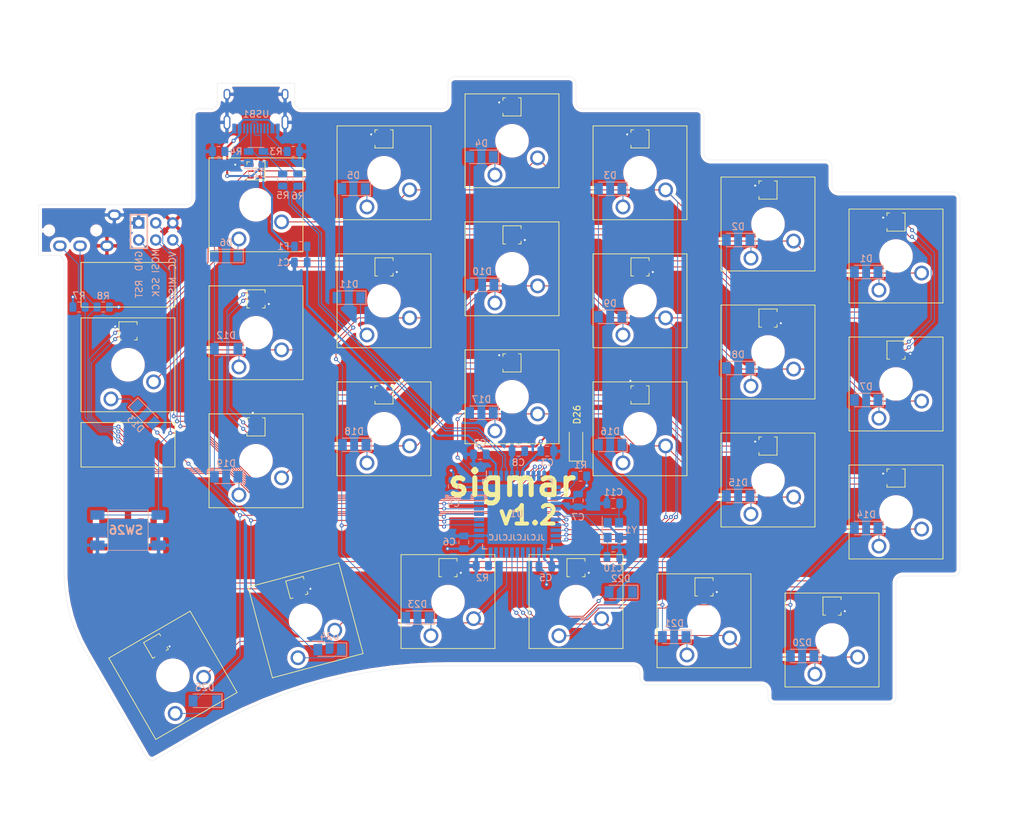
<source format=kicad_pcb>
(kicad_pcb (version 20171130) (host pcbnew "(5.1.9)-1")
  (layers (0 Front signal) (31 Back signal) (34 B.Paste user) (35 F.Paste user) (36 B.SilkS user) (37 F.SilkS user) (38 B.Mask user) (39 F.Mask user) (44 Edge.Cuts user))
  (net 0 "")
  (net 1 GND)
  (net 2 "Net-(SW1-Pad4)")
  (net 3 "Net-(SW1-Pad5)")
  (net 4 VCC)
  (net 5 "Net-(SW1-Pad6)")
  (net 6 "Net-(SW1-Pad7)")
  (net 7 /COL1)
  (net 8 "Net-(SW2-Pad4)")
  (net 9 "Net-(SW2-Pad5)")
  (net 10 /COL2)
  (net 11 "Net-(SW3-Pad4)")
  (net 12 "Net-(SW3-Pad5)")
  (net 13 /COL3)
  (net 14 "Net-(SW4-Pad4)")
  (net 15 "Net-(SW4-Pad5)")
  (net 16 /COL4)
  (net 17 "Net-(SW5-Pad4)")
  (net 18 "Net-(SW5-Pad5)")
  (net 19 /COL5)
  (net 20 "Net-(SW13-Pad7)")
  (net 21 "Net-(SW13-Pad6)")
  (net 22 /COL6)
  (net 23 "Net-(SW7-Pad6)")
  (net 24 "Net-(SW7-Pad7)")
  (net 25 "Net-(SW8-Pad6)")
  (net 26 "Net-(SW8-Pad7)")
  (net 27 "Net-(SW10-Pad5)")
  (net 28 "Net-(SW10-Pad4)")
  (net 29 "Net-(SW10-Pad6)")
  (net 30 "Net-(SW10-Pad7)")
  (net 31 "Net-(SW11-Pad6)")
  (net 32 "Net-(SW11-Pad7)")
  (net 33 "Net-(SW12-Pad6)")
  (net 34 "Net-(SW12-Pad7)")
  (net 35 /LED_CKI)
  (net 36 /LED_SDI)
  (net 37 /COL7)
  (net 38 "Net-(SW14-Pad4)")
  (net 39 "Net-(SW14-Pad5)")
  (net 40 "Net-(SW14-Pad6)")
  (net 41 "Net-(SW14-Pad7)")
  (net 42 "Net-(SW15-Pad4)")
  (net 43 "Net-(SW15-Pad5)")
  (net 44 "Net-(SW16-Pad4)")
  (net 45 "Net-(SW16-Pad5)")
  (net 46 "Net-(SW17-Pad4)")
  (net 47 "Net-(SW17-Pad5)")
  (net 48 "Net-(SW18-Pad4)")
  (net 49 "Net-(SW18-Pad5)")
  (net 50 "Net-(SW20-Pad6)")
  (net 51 "Net-(SW20-Pad7)")
  (net 52 "Net-(SW21-Pad6)")
  (net 53 "Net-(SW21-Pad7)")
  (net 54 "Net-(SW22-Pad6)")
  (net 55 "Net-(SW22-Pad7)")
  (net 56 "Net-(SW23-Pad6)")
  (net 57 "Net-(SW23-Pad7)")
  (net 58 "Net-(SW24-Pad6)")
  (net 59 "Net-(SW24-Pad7)")
  (net 60 /ROW1)
  (net 61 /ROW2)
  (net 62 /ROW3)
  (net 63 /ROW4)
  (net 64 VBUS)
  (net 65 /XTAL1)
  (net 66 /XTAL2)
  (net 67 "Net-(C8-Pad2)")
  (net 68 "Net-(D27-Pad4)")
  (net 69 /RESET)
  (net 70 /MOSI)
  (net 71 /SCK)
  (net 72 /MISO)
  (net 73 "Net-(R2-Pad1)")
  (net 74 "Net-(R3-Pad2)")
  (net 75 "Net-(R4-Pad1)")
  (net 76 /D-)
  (net 77 /D+)
  (net 78 "Net-(D1-Pad1)")
  (net 79 "Net-(D2-Pad1)")
  (net 80 "Net-(D3-Pad1)")
  (net 81 "Net-(D4-Pad1)")
  (net 82 "Net-(D5-Pad1)")
  (net 83 "Net-(D6-Pad1)")
  (net 84 "Net-(D7-Pad1)")
  (net 85 "Net-(D8-Pad1)")
  (net 86 "Net-(D9-Pad1)")
  (net 87 "Net-(D10-Pad1)")
  (net 88 "Net-(D11-Pad1)")
  (net 89 "Net-(D12-Pad1)")
  (net 90 "Net-(D13-Pad1)")
  (net 91 "Net-(D14-Pad1)")
  (net 92 "Net-(D15-Pad1)")
  (net 93 "Net-(D16-Pad1)")
  (net 94 "Net-(D17-Pad1)")
  (net 95 "Net-(D18-Pad1)")
  (net 96 "Net-(D19-Pad1)")
  (net 97 "Net-(D20-Pad1)")
  (net 98 "Net-(D21-Pad1)")
  (net 99 "Net-(D22-Pad1)")
  (net 100 "Net-(D23-Pad1)")
  (net 101 "Net-(D24-Pad1)")
  (net 102 "Net-(D25-Pad1)")
  (net 103 /SCL)
  (net 104 /SDA)
  (net 105 /components/USB_D-)
  (net 106 /components/USB_D+)
  (net 107 "Net-(SW25-Pad7)")
  (net 108 "Net-(SW25-Pad6)")
  (net 109 "Net-(U1-Pad8)")
  (net 110 "Net-(U1-Pad12)")
  (net 111 "Net-(U1-Pad25)")
  (net 112 "Net-(U1-Pad26)")
  (net 113 "Net-(U1-Pad31)")
  (net 114 "Net-(U1-Pad32)")
  (net 115 "Net-(U1-Pad42)")
  (net 116 "Net-(USB1-Pad9)")
  (net 117 "Net-(USB1-Pad3)")
  (net 118 "Net-(U1-Pad36)")
  (module Capacitor_SMD:C_0805_2012Metric (layer Back) (at 150.5585 100.5205 180)
    (fp_text reference C2 (at 0 1.68) (layer B.SilkS) (effects (justify mirror)))
    (fp_text value 0.1uF)
    (pad 2 smd roundrect (at 0.95 0 180) (size 1 1.45) (layers Back B.Paste B.Mask) (net 1 GND))
    (pad 1 smd roundrect (at -0.95 0 180) (size 1 1.45) (layers Back B.Paste B.Mask) (net 64 VBUS))
  )
  (module Local:SW_Cherry_MX_RGB_L2R (layer Front) (at 117.221 101.473 180)
    (fp_text reference SW19 hide)
    (fp_text value Cherry-MX-LED-APA102)
    (pad 3 smd rect (at 0.75 5.95 180) (size 0.8 0.5) (layers Front F.Paste F.Mask) (net 1 GND))
    (pad 4 smd rect (at 0.75 5.05 180) (size 0.8 0.3) (layers Front F.Paste F.Mask) (net 34 "Net-(SW12-Pad7)"))
    (pad 5 smd rect (at 0.75 4.15 180) (size 0.8 0.5) (layers Front F.Paste F.Mask) (net 33 "Net-(SW12-Pad6)"))
    (pad 8 smd rect (at -0.75 5.95 180) (size 0.8 0.5) (layers Front F.Paste F.Mask) (net 4 VCC))
    (pad 6 smd rect (at -0.75 4.15 180) (size 0.8 0.5) (layers Front F.Paste F.Mask) (net 49 "Net-(SW18-Pad5)"))
    (pad 7 smd rect (at -0.75 5.05 180) (size 0.8 0.3) (layers Front F.Paste F.Mask) (net 48 "Net-(SW18-Pad4)"))
    (pad "" np_thru_hole circle (at 0 0 180) (size 4 4) (drill 4) (layers *.Cu *.Mask))
    (pad 2 thru_hole circle (at -3.81 -2.54 180) (size 2.2 2.2) (drill 1.5) (layers *.Cu *.Mask) (net 62 /ROW3))
    (pad 1 thru_hole circle (at 2.54 -5.08 180) (size 2.2 2.2) (drill 1.5) (layers *.Cu *.Mask) (net 96 "Net-(D19-Pad1)"))
  )
  (module Local:SW_Cherry_MX_RGB_L2R (layer Front) (at 136.271 96.7105 180)
    (fp_text reference SW18 hide)
    (fp_text value Cherry-MX-LED-APA102)
    (pad 3 smd rect (at 0.75 5.95 180) (size 0.8 0.5) (layers Front F.Paste F.Mask) (net 1 GND))
    (pad 4 smd rect (at 0.75 5.05 180) (size 0.8 0.3) (layers Front F.Paste F.Mask) (net 48 "Net-(SW18-Pad4)"))
    (pad 5 smd rect (at 0.75 4.15 180) (size 0.8 0.5) (layers Front F.Paste F.Mask) (net 49 "Net-(SW18-Pad5)"))
    (pad 8 smd rect (at -0.75 5.95 180) (size 0.8 0.5) (layers Front F.Paste F.Mask) (net 4 VCC))
    (pad 6 smd rect (at -0.75 4.15 180) (size 0.8 0.5) (layers Front F.Paste F.Mask) (net 47 "Net-(SW17-Pad5)"))
    (pad 7 smd rect (at -0.75 5.05 180) (size 0.8 0.3) (layers Front F.Paste F.Mask) (net 46 "Net-(SW17-Pad4)"))
    (pad "" np_thru_hole circle (at 0 0 180) (size 4 4) (drill 4) (layers *.Cu *.Mask))
    (pad 2 thru_hole circle (at -3.81 -2.54 180) (size 2.2 2.2) (drill 1.5) (layers *.Cu *.Mask) (net 62 /ROW3))
    (pad 1 thru_hole circle (at 2.54 -5.08 180) (size 2.2 2.2) (drill 1.5) (layers *.Cu *.Mask) (net 95 "Net-(D18-Pad1)"))
  )
  (module Local:SW_Cherry_MX_RGB_L2R (layer Front) (at 155.321 91.948 180)
    (fp_text reference SW17 hide)
    (fp_text value Cherry-MX-LED-APA102)
    (pad 3 smd rect (at 0.75 5.95 180) (size 0.8 0.5) (layers Front F.Paste F.Mask) (net 1 GND))
    (pad 4 smd rect (at 0.75 5.05 180) (size 0.8 0.3) (layers Front F.Paste F.Mask) (net 46 "Net-(SW17-Pad4)"))
    (pad 5 smd rect (at 0.75 4.15 180) (size 0.8 0.5) (layers Front F.Paste F.Mask) (net 47 "Net-(SW17-Pad5)"))
    (pad 8 smd rect (at -0.75 5.95 180) (size 0.8 0.5) (layers Front F.Paste F.Mask) (net 4 VCC))
    (pad 6 smd rect (at -0.75 4.15 180) (size 0.8 0.5) (layers Front F.Paste F.Mask) (net 45 "Net-(SW16-Pad5)"))
    (pad 7 smd rect (at -0.75 5.05 180) (size 0.8 0.3) (layers Front F.Paste F.Mask) (net 44 "Net-(SW16-Pad4)"))
    (pad "" np_thru_hole circle (at 0 0 180) (size 4 4) (drill 4) (layers *.Cu *.Mask))
    (pad 2 thru_hole circle (at -3.81 -2.54 180) (size 2.2 2.2) (drill 1.5) (layers *.Cu *.Mask) (net 62 /ROW3))
    (pad 1 thru_hole circle (at 2.54 -5.08 180) (size 2.2 2.2) (drill 1.5) (layers *.Cu *.Mask) (net 94 "Net-(D17-Pad1)"))
  )
  (module Local:SW_Cherry_MX_RGB_L2R (layer Front) (at 174.371 96.7105 180)
    (fp_text reference SW16 hide)
    (fp_text value Cherry-MX-LED-APA102)
    (pad 3 smd rect (at 0.75 5.95 180) (size 0.8 0.5) (layers Front F.Paste F.Mask) (net 1 GND))
    (pad 4 smd rect (at 0.75 5.05 180) (size 0.8 0.3) (layers Front F.Paste F.Mask) (net 44 "Net-(SW16-Pad4)"))
    (pad 5 smd rect (at 0.75 4.15 180) (size 0.8 0.5) (layers Front F.Paste F.Mask) (net 45 "Net-(SW16-Pad5)"))
    (pad 8 smd rect (at -0.75 5.95 180) (size 0.8 0.5) (layers Front F.Paste F.Mask) (net 4 VCC))
    (pad 6 smd rect (at -0.75 4.15 180) (size 0.8 0.5) (layers Front F.Paste F.Mask) (net 43 "Net-(SW15-Pad5)"))
    (pad 7 smd rect (at -0.75 5.05 180) (size 0.8 0.3) (layers Front F.Paste F.Mask) (net 42 "Net-(SW15-Pad4)"))
    (pad "" np_thru_hole circle (at 0 0 180) (size 4 4) (drill 4) (layers *.Cu *.Mask))
    (pad 2 thru_hole circle (at -3.81 -2.54 180) (size 2.2 2.2) (drill 1.5) (layers *.Cu *.Mask) (net 62 /ROW3))
    (pad 1 thru_hole circle (at 2.54 -5.08 180) (size 2.2 2.2) (drill 1.5) (layers *.Cu *.Mask) (net 93 "Net-(D16-Pad1)"))
  )
  (module Local:SW_Cherry_MX_RGB_L2R (layer Front) (at 193.421 104.3305 180)
    (fp_text reference SW15 hide)
    (fp_text value Cherry-MX-LED-APA102)
    (pad 3 smd rect (at 0.75 5.95 180) (size 0.8 0.5) (layers Front F.Paste F.Mask) (net 1 GND))
    (pad 4 smd rect (at 0.75 5.05 180) (size 0.8 0.3) (layers Front F.Paste F.Mask) (net 42 "Net-(SW15-Pad4)"))
    (pad 5 smd rect (at 0.75 4.15 180) (size 0.8 0.5) (layers Front F.Paste F.Mask) (net 43 "Net-(SW15-Pad5)"))
    (pad 8 smd rect (at -0.75 5.95 180) (size 0.8 0.5) (layers Front F.Paste F.Mask) (net 4 VCC))
    (pad 6 smd rect (at -0.75 4.15 180) (size 0.8 0.5) (layers Front F.Paste F.Mask) (net 39 "Net-(SW14-Pad5)"))
    (pad 7 smd rect (at -0.75 5.05 180) (size 0.8 0.3) (layers Front F.Paste F.Mask) (net 38 "Net-(SW14-Pad4)"))
    (pad "" np_thru_hole circle (at 0 0 180) (size 4 4) (drill 4) (layers *.Cu *.Mask))
    (pad 2 thru_hole circle (at -3.81 -2.54 180) (size 2.2 2.2) (drill 1.5) (layers *.Cu *.Mask) (net 62 /ROW3))
    (pad 1 thru_hole circle (at 2.54 -5.08 180) (size 2.2 2.2) (drill 1.5) (layers *.Cu *.Mask) (net 92 "Net-(D15-Pad1)"))
  )
  (module Local:SW_Cherry_MX_RGB_L2R (layer Front) (at 212.471 109.093 180)
    (fp_text reference SW14 hide)
    (fp_text value Cherry-MX-LED-APA102)
    (pad 3 smd rect (at 0.75 5.95 180) (size 0.8 0.5) (layers Front F.Paste F.Mask) (net 1 GND))
    (pad 4 smd rect (at 0.75 5.05 180) (size 0.8 0.3) (layers Front F.Paste F.Mask) (net 38 "Net-(SW14-Pad4)"))
    (pad 5 smd rect (at 0.75 4.15 180) (size 0.8 0.5) (layers Front F.Paste F.Mask) (net 39 "Net-(SW14-Pad5)"))
    (pad 8 smd rect (at -0.75 5.95 180) (size 0.8 0.5) (layers Front F.Paste F.Mask) (net 4 VCC))
    (pad 6 smd rect (at -0.75 4.15 180) (size 0.8 0.5) (layers Front F.Paste F.Mask) (net 40 "Net-(SW14-Pad6)"))
    (pad 7 smd rect (at -0.75 5.05 180) (size 0.8 0.3) (layers Front F.Paste F.Mask) (net 41 "Net-(SW14-Pad7)"))
    (pad "" np_thru_hole circle (at 0 0 180) (size 4 4) (drill 4) (layers *.Cu *.Mask))
    (pad 2 thru_hole circle (at -3.81 -2.54 180) (size 2.2 2.2) (drill 1.5) (layers *.Cu *.Mask) (net 62 /ROW3))
    (pad 1 thru_hole circle (at 2.54 -5.08 180) (size 2.2 2.2) (drill 1.5) (layers *.Cu *.Mask) (net 91 "Net-(D14-Pad1)"))
  )
  (module Local:SW_Cherry_MX_RGB_L2R (layer Front) (at 117.221 63.373 180)
    (fp_text reference SW6 hide)
    (fp_text value Cherry-MX-LED-APA102)
    (pad 3 smd rect (at 0.75 5.95 180) (size 0.8 0.5) (layers Front F.Paste F.Mask) (net 1 GND))
    (pad 4 smd rect (at 0.75 5.05 180) (size 0.8 0.3) (layers Front F.Paste F.Mask) (net 20 "Net-(SW13-Pad7)"))
    (pad 5 smd rect (at 0.75 4.15 180) (size 0.8 0.5) (layers Front F.Paste F.Mask) (net 21 "Net-(SW13-Pad6)"))
    (pad 8 smd rect (at -0.75 5.95 180) (size 0.8 0.5) (layers Front F.Paste F.Mask) (net 4 VCC))
    (pad 6 smd rect (at -0.75 4.15 180) (size 0.8 0.5) (layers Front F.Paste F.Mask) (net 18 "Net-(SW5-Pad5)"))
    (pad 7 smd rect (at -0.75 5.05 180) (size 0.8 0.3) (layers Front F.Paste F.Mask) (net 17 "Net-(SW5-Pad4)"))
    (pad "" np_thru_hole circle (at 0 0 180) (size 4 4) (drill 4) (layers *.Cu *.Mask))
    (pad 2 thru_hole circle (at -3.81 -2.54 180) (size 2.2 2.2) (drill 1.5) (layers *.Cu *.Mask) (net 60 /ROW1))
    (pad 1 thru_hole circle (at 2.54 -5.08 180) (size 2.2 2.2) (drill 1.5) (layers *.Cu *.Mask) (net 83 "Net-(D6-Pad1)"))
  )
  (module Local:SW_Cherry_MX_RGB_L2R (layer Front) (at 136.271 58.6105 180)
    (fp_text reference SW5 hide)
    (fp_text value Cherry-MX-LED-APA102)
    (pad 3 smd rect (at 0.75 5.95 180) (size 0.8 0.5) (layers Front F.Paste F.Mask) (net 1 GND))
    (pad 4 smd rect (at 0.75 5.05 180) (size 0.8 0.3) (layers Front F.Paste F.Mask) (net 17 "Net-(SW5-Pad4)"))
    (pad 5 smd rect (at 0.75 4.15 180) (size 0.8 0.5) (layers Front F.Paste F.Mask) (net 18 "Net-(SW5-Pad5)"))
    (pad 8 smd rect (at -0.75 5.95 180) (size 0.8 0.5) (layers Front F.Paste F.Mask) (net 4 VCC))
    (pad 6 smd rect (at -0.75 4.15 180) (size 0.8 0.5) (layers Front F.Paste F.Mask) (net 15 "Net-(SW4-Pad5)"))
    (pad 7 smd rect (at -0.75 5.05 180) (size 0.8 0.3) (layers Front F.Paste F.Mask) (net 14 "Net-(SW4-Pad4)"))
    (pad "" np_thru_hole circle (at 0 0 180) (size 4 4) (drill 4) (layers *.Cu *.Mask))
    (pad 2 thru_hole circle (at -3.81 -2.54 180) (size 2.2 2.2) (drill 1.5) (layers *.Cu *.Mask) (net 60 /ROW1))
    (pad 1 thru_hole circle (at 2.54 -5.08 180) (size 2.2 2.2) (drill 1.5) (layers *.Cu *.Mask) (net 82 "Net-(D5-Pad1)"))
  )
  (module Local:SW_Cherry_MX_RGB_L2R (layer Front) (at 155.321 53.848 180)
    (fp_text reference SW4 hide)
    (fp_text value Cherry-MX-LED-APA102)
    (pad 3 smd rect (at 0.75 5.95 180) (size 0.8 0.5) (layers Front F.Paste F.Mask) (net 1 GND))
    (pad 4 smd rect (at 0.75 5.05 180) (size 0.8 0.3) (layers Front F.Paste F.Mask) (net 14 "Net-(SW4-Pad4)"))
    (pad 5 smd rect (at 0.75 4.15 180) (size 0.8 0.5) (layers Front F.Paste F.Mask) (net 15 "Net-(SW4-Pad5)"))
    (pad 8 smd rect (at -0.75 5.95 180) (size 0.8 0.5) (layers Front F.Paste F.Mask) (net 4 VCC))
    (pad 6 smd rect (at -0.75 4.15 180) (size 0.8 0.5) (layers Front F.Paste F.Mask) (net 12 "Net-(SW3-Pad5)"))
    (pad 7 smd rect (at -0.75 5.05 180) (size 0.8 0.3) (layers Front F.Paste F.Mask) (net 11 "Net-(SW3-Pad4)"))
    (pad "" np_thru_hole circle (at 0 0 180) (size 4 4) (drill 4) (layers *.Cu *.Mask))
    (pad 2 thru_hole circle (at -3.81 -2.54 180) (size 2.2 2.2) (drill 1.5) (layers *.Cu *.Mask) (net 60 /ROW1))
    (pad 1 thru_hole circle (at 2.54 -5.08 180) (size 2.2 2.2) (drill 1.5) (layers *.Cu *.Mask) (net 81 "Net-(D4-Pad1)"))
  )
  (module Local:SW_Cherry_MX_RGB_L2R (layer Front) (at 174.371 58.6105 180)
    (fp_text reference SW3 hide)
    (fp_text value Cherry-MX-LED-APA102)
    (pad 3 smd rect (at 0.75 5.95 180) (size 0.8 0.5) (layers Front F.Paste F.Mask) (net 1 GND))
    (pad 4 smd rect (at 0.75 5.05 180) (size 0.8 0.3) (layers Front F.Paste F.Mask) (net 11 "Net-(SW3-Pad4)"))
    (pad 5 smd rect (at 0.75 4.15 180) (size 0.8 0.5) (layers Front F.Paste F.Mask) (net 12 "Net-(SW3-Pad5)"))
    (pad 8 smd rect (at -0.75 5.95 180) (size 0.8 0.5) (layers Front F.Paste F.Mask) (net 4 VCC))
    (pad 6 smd rect (at -0.75 4.15 180) (size 0.8 0.5) (layers Front F.Paste F.Mask) (net 9 "Net-(SW2-Pad5)"))
    (pad 7 smd rect (at -0.75 5.05 180) (size 0.8 0.3) (layers Front F.Paste F.Mask) (net 8 "Net-(SW2-Pad4)"))
    (pad "" np_thru_hole circle (at 0 0 180) (size 4 4) (drill 4) (layers *.Cu *.Mask))
    (pad 2 thru_hole circle (at -3.81 -2.54 180) (size 2.2 2.2) (drill 1.5) (layers *.Cu *.Mask) (net 60 /ROW1))
    (pad 1 thru_hole circle (at 2.54 -5.08 180) (size 2.2 2.2) (drill 1.5) (layers *.Cu *.Mask) (net 80 "Net-(D3-Pad1)"))
  )
  (module Local:SW_Cherry_MX_RGB_L2R (layer Front) (at 193.421 66.2305 180)
    (fp_text reference SW2 hide)
    (fp_text value Cherry-MX-LED-APA102)
    (pad 3 smd rect (at 0.75 5.95 180) (size 0.8 0.5) (layers Front F.Paste F.Mask) (net 1 GND))
    (pad 4 smd rect (at 0.75 5.05 180) (size 0.8 0.3) (layers Front F.Paste F.Mask) (net 8 "Net-(SW2-Pad4)"))
    (pad 5 smd rect (at 0.75 4.15 180) (size 0.8 0.5) (layers Front F.Paste F.Mask) (net 9 "Net-(SW2-Pad5)"))
    (pad 8 smd rect (at -0.75 5.95 180) (size 0.8 0.5) (layers Front F.Paste F.Mask) (net 4 VCC))
    (pad 6 smd rect (at -0.75 4.15 180) (size 0.8 0.5) (layers Front F.Paste F.Mask) (net 3 "Net-(SW1-Pad5)"))
    (pad 7 smd rect (at -0.75 5.05 180) (size 0.8 0.3) (layers Front F.Paste F.Mask) (net 2 "Net-(SW1-Pad4)"))
    (pad "" np_thru_hole circle (at 0 0 180) (size 4 4) (drill 4) (layers *.Cu *.Mask))
    (pad 2 thru_hole circle (at -3.81 -2.54 180) (size 2.2 2.2) (drill 1.5) (layers *.Cu *.Mask) (net 60 /ROW1))
    (pad 1 thru_hole circle (at 2.54 -5.08 180) (size 2.2 2.2) (drill 1.5) (layers *.Cu *.Mask) (net 79 "Net-(D2-Pad1)"))
  )
  (module Local:SW_Cherry_MX_RGB_L2R (layer Front) (at 212.471 70.993 180)
    (fp_text reference SW1 hide)
    (fp_text value Cherry-MX-LED-APA102)
    (pad 3 smd rect (at 0.75 5.95 180) (size 0.8 0.5) (layers Front F.Paste F.Mask) (net 1 GND))
    (pad 4 smd rect (at 0.75 5.05 180) (size 0.8 0.3) (layers Front F.Paste F.Mask) (net 2 "Net-(SW1-Pad4)"))
    (pad 5 smd rect (at 0.75 4.15 180) (size 0.8 0.5) (layers Front F.Paste F.Mask) (net 3 "Net-(SW1-Pad5)"))
    (pad 8 smd rect (at -0.75 5.95 180) (size 0.8 0.5) (layers Front F.Paste F.Mask) (net 4 VCC))
    (pad 6 smd rect (at -0.75 4.15 180) (size 0.8 0.5) (layers Front F.Paste F.Mask) (net 5 "Net-(SW1-Pad6)"))
    (pad 7 smd rect (at -0.75 5.05 180) (size 0.8 0.3) (layers Front F.Paste F.Mask) (net 6 "Net-(SW1-Pad7)"))
    (pad "" np_thru_hole circle (at 0 0 180) (size 4 4) (drill 4) (layers *.Cu *.Mask))
    (pad 2 thru_hole circle (at -3.81 -2.54 180) (size 2.2 2.2) (drill 1.5) (layers *.Cu *.Mask) (net 60 /ROW1))
    (pad 1 thru_hole circle (at 2.54 -5.08 180) (size 2.2 2.2) (drill 1.5) (layers *.Cu *.Mask) (net 78 "Net-(D1-Pad1)"))
  )
  (module Local:SW_Cherry_MX_RGB_R2L (layer Front) (at 202.946 128.143 180)
    (fp_text reference SW20 hide)
    (fp_text value Cherry-MX-LED-APA102)
    (pad 6 smd rect (at 0.75 5.95 180) (size 0.8 0.5) (layers Front F.Paste F.Mask) (net 50 "Net-(SW20-Pad6)"))
    (pad 7 smd rect (at 0.75 5.05 180) (size 0.8 0.3) (layers Front F.Paste F.Mask) (net 51 "Net-(SW20-Pad7)"))
    (pad 8 smd rect (at 0.75 4.15 180) (size 0.8 0.5) (layers Front F.Paste F.Mask) (net 4 VCC))
    (pad 5 smd rect (at -0.75 5.95 180) (size 0.8 0.5) (layers Front F.Paste F.Mask) (net 40 "Net-(SW14-Pad6)"))
    (pad 3 smd rect (at -0.75 4.15 180) (size 0.8 0.5) (layers Front F.Paste F.Mask) (net 1 GND))
    (pad 4 smd rect (at -0.75 5.05 180) (size 0.8 0.3) (layers Front F.Paste F.Mask) (net 41 "Net-(SW14-Pad7)"))
    (pad "" np_thru_hole circle (at 0 0 180) (size 4 4) (drill 4) (layers *.Cu *.Mask))
    (pad 2 thru_hole circle (at -3.81 -2.54 180) (size 2.2 2.2) (drill 1.5) (layers *.Cu *.Mask) (net 63 /ROW4))
    (pad 1 thru_hole circle (at 2.54 -5.08 180) (size 2.2 2.2) (drill 1.5) (layers *.Cu *.Mask) (net 97 "Net-(D20-Pad1)"))
  )
  (module Local:SW_Cherry_MX_RGB_R2L (layer Front) (at 183.896 125.2855 180)
    (fp_text reference SW21 hide)
    (fp_text value Cherry-MX-LED-APA102)
    (pad 6 smd rect (at 0.75 5.95 180) (size 0.8 0.5) (layers Front F.Paste F.Mask) (net 52 "Net-(SW21-Pad6)"))
    (pad 7 smd rect (at 0.75 5.05 180) (size 0.8 0.3) (layers Front F.Paste F.Mask) (net 53 "Net-(SW21-Pad7)"))
    (pad 8 smd rect (at 0.75 4.15 180) (size 0.8 0.5) (layers Front F.Paste F.Mask) (net 4 VCC))
    (pad 5 smd rect (at -0.75 5.95 180) (size 0.8 0.5) (layers Front F.Paste F.Mask) (net 50 "Net-(SW20-Pad6)"))
    (pad 3 smd rect (at -0.75 4.15 180) (size 0.8 0.5) (layers Front F.Paste F.Mask) (net 1 GND))
    (pad 4 smd rect (at -0.75 5.05 180) (size 0.8 0.3) (layers Front F.Paste F.Mask) (net 51 "Net-(SW20-Pad7)"))
    (pad "" np_thru_hole circle (at 0 0 180) (size 4 4) (drill 4) (layers *.Cu *.Mask))
    (pad 2 thru_hole circle (at -3.81 -2.54 180) (size 2.2 2.2) (drill 1.5) (layers *.Cu *.Mask) (net 63 /ROW4))
    (pad 1 thru_hole circle (at 2.54 -5.08 180) (size 2.2 2.2) (drill 1.5) (layers *.Cu *.Mask) (net 98 "Net-(D21-Pad1)"))
  )
  (module Local:SW_Cherry_MX_RGB_R2L (layer Front) (at 164.846 122.428 180)
    (fp_text reference SW22 hide)
    (fp_text value Cherry-MX-LED-APA102)
    (pad 6 smd rect (at 0.75 5.95 180) (size 0.8 0.5) (layers Front F.Paste F.Mask) (net 54 "Net-(SW22-Pad6)"))
    (pad 7 smd rect (at 0.75 5.05 180) (size 0.8 0.3) (layers Front F.Paste F.Mask) (net 55 "Net-(SW22-Pad7)"))
    (pad 8 smd rect (at 0.75 4.15 180) (size 0.8 0.5) (layers Front F.Paste F.Mask) (net 4 VCC))
    (pad 5 smd rect (at -0.75 5.95 180) (size 0.8 0.5) (layers Front F.Paste F.Mask) (net 52 "Net-(SW21-Pad6)"))
    (pad 3 smd rect (at -0.75 4.15 180) (size 0.8 0.5) (layers Front F.Paste F.Mask) (net 1 GND))
    (pad 4 smd rect (at -0.75 5.05 180) (size 0.8 0.3) (layers Front F.Paste F.Mask) (net 53 "Net-(SW21-Pad7)"))
    (pad "" np_thru_hole circle (at 0 0 180) (size 4 4) (drill 4) (layers *.Cu *.Mask))
    (pad 2 thru_hole circle (at -3.81 -2.54 180) (size 2.2 2.2) (drill 1.5) (layers *.Cu *.Mask) (net 63 /ROW4))
    (pad 1 thru_hole circle (at 2.54 -5.08 180) (size 2.2 2.2) (drill 1.5) (layers *.Cu *.Mask) (net 99 "Net-(D22-Pad1)"))
  )
  (module Local:SW_Cherry_MX_RGB_R2L (layer Front) (at 145.796 122.428 180)
    (fp_text reference SW23 hide)
    (fp_text value Cherry-MX-LED-APA102)
    (pad 6 smd rect (at 0.75 5.95 180) (size 0.8 0.5) (layers Front F.Paste F.Mask) (net 56 "Net-(SW23-Pad6)"))
    (pad 7 smd rect (at 0.75 5.05 180) (size 0.8 0.3) (layers Front F.Paste F.Mask) (net 57 "Net-(SW23-Pad7)"))
    (pad 8 smd rect (at 0.75 4.15 180) (size 0.8 0.5) (layers Front F.Paste F.Mask) (net 4 VCC))
    (pad 5 smd rect (at -0.75 5.95 180) (size 0.8 0.5) (layers Front F.Paste F.Mask) (net 54 "Net-(SW22-Pad6)"))
    (pad 3 smd rect (at -0.75 4.15 180) (size 0.8 0.5) (layers Front F.Paste F.Mask) (net 1 GND))
    (pad 4 smd rect (at -0.75 5.05 180) (size 0.8 0.3) (layers Front F.Paste F.Mask) (net 55 "Net-(SW22-Pad7)"))
    (pad "" np_thru_hole circle (at 0 0 180) (size 4 4) (drill 4) (layers *.Cu *.Mask))
    (pad 2 thru_hole circle (at -3.81 -2.54 180) (size 2.2 2.2) (drill 1.5) (layers *.Cu *.Mask) (net 63 /ROW4))
    (pad 1 thru_hole circle (at 2.54 -5.08 180) (size 2.2 2.2) (drill 1.5) (layers *.Cu *.Mask) (net 100 "Net-(D23-Pad1)"))
  )
  (module Local:SW_Cherry_MX_RGB_R2L (layer Front) (at 124.6053 125.2178 195)
    (fp_text reference SW24 hide)
    (fp_text value Cherry-MX-LED-APA102)
    (pad 6 smd rect (at 0.75 5.95 195) (size 0.8 0.5) (layers Front F.Paste F.Mask) (net 58 "Net-(SW24-Pad6)"))
    (pad 7 smd rect (at 0.75 5.05 195) (size 0.8 0.3) (layers Front F.Paste F.Mask) (net 59 "Net-(SW24-Pad7)"))
    (pad 8 smd rect (at 0.75 4.15 195) (size 0.8 0.5) (layers Front F.Paste F.Mask) (net 4 VCC))
    (pad 5 smd rect (at -0.75 5.95 195) (size 0.8 0.5) (layers Front F.Paste F.Mask) (net 56 "Net-(SW23-Pad6)"))
    (pad 3 smd rect (at -0.75 4.15 195) (size 0.8 0.5) (layers Front F.Paste F.Mask) (net 1 GND))
    (pad 4 smd rect (at -0.75 5.05 195) (size 0.8 0.3) (layers Front F.Paste F.Mask) (net 57 "Net-(SW23-Pad7)"))
    (pad "" np_thru_hole circle (at 0 0 195) (size 4 4) (drill 4) (layers *.Cu *.Mask))
    (pad 2 thru_hole circle (at -3.81 -2.54 195) (size 2.2 2.2) (drill 1.5) (layers *.Cu *.Mask) (net 63 /ROW4))
    (pad 1 thru_hole circle (at 2.54 -5.08 195) (size 2.2 2.2) (drill 1.5) (layers *.Cu *.Mask) (net 101 "Net-(D24-Pad1)"))
  )
  (module Local:SW_Cherry_MX_RGB_R2L (layer Front) (at 104.859 133.3971 210)
    (fp_text reference SW25 hide)
    (fp_text value Cherry-MX-LED-APA102)
    (pad 6 smd rect (at 0.75 5.95 210) (size 0.8 0.5) (layers Front F.Paste F.Mask) (net 108 "Net-(SW25-Pad6)"))
    (pad 7 smd rect (at 0.75 5.05 210) (size 0.8 0.3) (layers Front F.Paste F.Mask) (net 107 "Net-(SW25-Pad7)"))
    (pad 8 smd rect (at 0.75 4.15 210) (size 0.8 0.5) (layers Front F.Paste F.Mask) (net 4 VCC))
    (pad 5 smd rect (at -0.75 5.95 210) (size 0.8 0.5) (layers Front F.Paste F.Mask) (net 58 "Net-(SW24-Pad6)"))
    (pad 3 smd rect (at -0.75 4.15 210) (size 0.8 0.5) (layers Front F.Paste F.Mask) (net 1 GND))
    (pad 4 smd rect (at -0.75 5.05 210) (size 0.8 0.3) (layers Front F.Paste F.Mask) (net 59 "Net-(SW24-Pad7)"))
    (pad "" np_thru_hole circle (at 0 0 210) (size 4 4) (drill 4) (layers *.Cu *.Mask))
    (pad 2 thru_hole circle (at -3.81 -2.54 210) (size 2.2 2.2) (drill 1.5) (layers *.Cu *.Mask) (net 63 /ROW4))
    (pad 1 thru_hole circle (at 2.54 -5.08 210) (size 2.2 2.2) (drill 1.5) (layers *.Cu *.Mask) (net 102 "Net-(D25-Pad1)"))
  )
  (module Local:SW_Cherry_MX_RGB_R2L (layer Front) (at 212.471 90.043 180)
    (fp_text reference SW7 hide)
    (fp_text value Cherry-MX-LED-APA102)
    (pad 6 smd rect (at 0.75 5.95 180) (size 0.8 0.5) (layers Front F.Paste F.Mask) (net 23 "Net-(SW7-Pad6)"))
    (pad 7 smd rect (at 0.75 5.05 180) (size 0.8 0.3) (layers Front F.Paste F.Mask) (net 24 "Net-(SW7-Pad7)"))
    (pad 8 smd rect (at 0.75 4.15 180) (size 0.8 0.5) (layers Front F.Paste F.Mask) (net 4 VCC))
    (pad 5 smd rect (at -0.75 5.95 180) (size 0.8 0.5) (layers Front F.Paste F.Mask) (net 5 "Net-(SW1-Pad6)"))
    (pad 3 smd rect (at -0.75 4.15 180) (size 0.8 0.5) (layers Front F.Paste F.Mask) (net 1 GND))
    (pad 4 smd rect (at -0.75 5.05 180) (size 0.8 0.3) (layers Front F.Paste F.Mask) (net 6 "Net-(SW1-Pad7)"))
    (pad "" np_thru_hole circle (at 0 0 180) (size 4 4) (drill 4) (layers *.Cu *.Mask))
    (pad 2 thru_hole circle (at -3.81 -2.54 180) (size 2.2 2.2) (drill 1.5) (layers *.Cu *.Mask) (net 61 /ROW2))
    (pad 1 thru_hole circle (at 2.54 -5.08 180) (size 2.2 2.2) (drill 1.5) (layers *.Cu *.Mask) (net 84 "Net-(D7-Pad1)"))
  )
  (module Local:SW_Cherry_MX_RGB_R2L (layer Front) (at 193.421 85.2805 180)
    (fp_text reference SW8 hide)
    (fp_text value Cherry-MX-LED-APA102)
    (pad 6 smd rect (at 0.75 5.95 180) (size 0.8 0.5) (layers Front F.Paste F.Mask) (net 25 "Net-(SW8-Pad6)"))
    (pad 7 smd rect (at 0.75 5.05 180) (size 0.8 0.3) (layers Front F.Paste F.Mask) (net 26 "Net-(SW8-Pad7)"))
    (pad 8 smd rect (at 0.75 4.15 180) (size 0.8 0.5) (layers Front F.Paste F.Mask) (net 4 VCC))
    (pad 5 smd rect (at -0.75 5.95 180) (size 0.8 0.5) (layers Front F.Paste F.Mask) (net 23 "Net-(SW7-Pad6)"))
    (pad 3 smd rect (at -0.75 4.15 180) (size 0.8 0.5) (layers Front F.Paste F.Mask) (net 1 GND))
    (pad 4 smd rect (at -0.75 5.05 180) (size 0.8 0.3) (layers Front F.Paste F.Mask) (net 24 "Net-(SW7-Pad7)"))
    (pad "" np_thru_hole circle (at 0 0 180) (size 4 4) (drill 4) (layers *.Cu *.Mask))
    (pad 2 thru_hole circle (at -3.81 -2.54 180) (size 2.2 2.2) (drill 1.5) (layers *.Cu *.Mask) (net 61 /ROW2))
    (pad 1 thru_hole circle (at 2.54 -5.08 180) (size 2.2 2.2) (drill 1.5) (layers *.Cu *.Mask) (net 85 "Net-(D8-Pad1)"))
  )
  (module Local:SW_Cherry_MX_RGB_R2L (layer Front) (at 136.271 77.6605 180)
    (fp_text reference SW11 hide)
    (fp_text value Cherry-MX-LED-APA102)
    (pad 6 smd rect (at 0.75 5.95 180) (size 0.8 0.5) (layers Front F.Paste F.Mask) (net 31 "Net-(SW11-Pad6)"))
    (pad 7 smd rect (at 0.75 5.05 180) (size 0.8 0.3) (layers Front F.Paste F.Mask) (net 32 "Net-(SW11-Pad7)"))
    (pad 8 smd rect (at 0.75 4.15 180) (size 0.8 0.5) (layers Front F.Paste F.Mask) (net 4 VCC))
    (pad 5 smd rect (at -0.75 5.95 180) (size 0.8 0.5) (layers Front F.Paste F.Mask) (net 29 "Net-(SW10-Pad6)"))
    (pad 3 smd rect (at -0.75 4.15 180) (size 0.8 0.5) (layers Front F.Paste F.Mask) (net 1 GND))
    (pad 4 smd rect (at -0.75 5.05 180) (size 0.8 0.3) (layers Front F.Paste F.Mask) (net 30 "Net-(SW10-Pad7)"))
    (pad "" np_thru_hole circle (at 0 0 180) (size 4 4) (drill 4) (layers *.Cu *.Mask))
    (pad 2 thru_hole circle (at -3.81 -2.54 180) (size 2.2 2.2) (drill 1.5) (layers *.Cu *.Mask) (net 61 /ROW2))
    (pad 1 thru_hole circle (at 2.54 -5.08 180) (size 2.2 2.2) (drill 1.5) (layers *.Cu *.Mask) (net 88 "Net-(D11-Pad1)"))
  )
  (module Local:SW_Cherry_MX_RGB_R2L (layer Front) (at 174.371 77.6605 180)
    (fp_text reference SW9 hide)
    (fp_text value Cherry-MX-LED-APA102)
    (pad 6 smd rect (at 0.75 5.95 180) (size 0.8 0.5) (layers Front F.Paste F.Mask) (net 27 "Net-(SW10-Pad5)"))
    (pad 7 smd rect (at 0.75 5.05 180) (size 0.8 0.3) (layers Front F.Paste F.Mask) (net 28 "Net-(SW10-Pad4)"))
    (pad 8 smd rect (at 0.75 4.15 180) (size 0.8 0.5) (layers Front F.Paste F.Mask) (net 4 VCC))
    (pad 5 smd rect (at -0.75 5.95 180) (size 0.8 0.5) (layers Front F.Paste F.Mask) (net 25 "Net-(SW8-Pad6)"))
    (pad 3 smd rect (at -0.75 4.15 180) (size 0.8 0.5) (layers Front F.Paste F.Mask) (net 1 GND))
    (pad 4 smd rect (at -0.75 5.05 180) (size 0.8 0.3) (layers Front F.Paste F.Mask) (net 26 "Net-(SW8-Pad7)"))
    (pad "" np_thru_hole circle (at 0 0 180) (size 4 4) (drill 4) (layers *.Cu *.Mask))
    (pad 2 thru_hole circle (at -3.81 -2.54 180) (size 2.2 2.2) (drill 1.5) (layers *.Cu *.Mask) (net 61 /ROW2))
    (pad 1 thru_hole circle (at 2.54 -5.08 180) (size 2.2 2.2) (drill 1.5) (layers *.Cu *.Mask) (net 86 "Net-(D9-Pad1)"))
  )
  (module Local:SW_Cherry_MX_RGB_R2L (layer Front) (at 117.221 82.423 180)
    (fp_text reference SW12 hide)
    (fp_text value Cherry-MX-LED-APA102)
    (pad 6 smd rect (at 0.75 5.95 180) (size 0.8 0.5) (layers Front F.Paste F.Mask) (net 33 "Net-(SW12-Pad6)"))
    (pad 7 smd rect (at 0.75 5.05 180) (size 0.8 0.3) (layers Front F.Paste F.Mask) (net 34 "Net-(SW12-Pad7)"))
    (pad 8 smd rect (at 0.75 4.15 180) (size 0.8 0.5) (layers Front F.Paste F.Mask) (net 4 VCC))
    (pad 5 smd rect (at -0.75 5.95 180) (size 0.8 0.5) (layers Front F.Paste F.Mask) (net 31 "Net-(SW11-Pad6)"))
    (pad 3 smd rect (at -0.75 4.15 180) (size 0.8 0.5) (layers Front F.Paste F.Mask) (net 1 GND))
    (pad 4 smd rect (at -0.75 5.05 180) (size 0.8 0.3) (layers Front F.Paste F.Mask) (net 32 "Net-(SW11-Pad7)"))
    (pad "" np_thru_hole circle (at 0 0 180) (size 4 4) (drill 4) (layers *.Cu *.Mask))
    (pad 2 thru_hole circle (at -3.81 -2.54 180) (size 2.2 2.2) (drill 1.5) (layers *.Cu *.Mask) (net 61 /ROW2))
    (pad 1 thru_hole circle (at 2.54 -5.08 180) (size 2.2 2.2) (drill 1.5) (layers *.Cu *.Mask) (net 89 "Net-(D12-Pad1)"))
  )
  (module Local:SW_Cherry_MX_RGB_R2L (layer Front) (at 155.321 72.898 180)
    (fp_text reference SW10 hide)
    (fp_text value Cherry-MX-LED-APA102)
    (pad 6 smd rect (at 0.75 5.95 180) (size 0.8 0.5) (layers Front F.Paste F.Mask) (net 29 "Net-(SW10-Pad6)"))
    (pad 7 smd rect (at 0.75 5.05 180) (size 0.8 0.3) (layers Front F.Paste F.Mask) (net 30 "Net-(SW10-Pad7)"))
    (pad 8 smd rect (at 0.75 4.15 180) (size 0.8 0.5) (layers Front F.Paste F.Mask) (net 4 VCC))
    (pad 5 smd rect (at -0.75 5.95 180) (size 0.8 0.5) (layers Front F.Paste F.Mask) (net 27 "Net-(SW10-Pad5)"))
    (pad 3 smd rect (at -0.75 4.15 180) (size 0.8 0.5) (layers Front F.Paste F.Mask) (net 1 GND))
    (pad 4 smd rect (at -0.75 5.05 180) (size 0.8 0.3) (layers Front F.Paste F.Mask) (net 28 "Net-(SW10-Pad4)"))
    (pad "" np_thru_hole circle (at 0 0 180) (size 4 4) (drill 4) (layers *.Cu *.Mask))
    (pad 2 thru_hole circle (at -3.81 -2.54 180) (size 2.2 2.2) (drill 1.5) (layers *.Cu *.Mask) (net 61 /ROW2))
    (pad 1 thru_hole circle (at 2.54 -5.08 180) (size 2.2 2.2) (drill 1.5) (layers *.Cu *.Mask) (net 87 "Net-(D10-Pad1)"))
  )
  (module Local:SW_Cherry_MX_RGB_L2R_2U (layer Front) (at 98.171 87.1855 180)
    (fp_text reference SW13 hide)
    (fp_text value Cherry-MX-LED-APA102)
    (pad 3 smd rect (at 0.75 5.95 180) (size 0.8 0.5) (layers Front F.Paste F.Mask) (net 1 GND))
    (pad 4 smd rect (at 0.75 5.05 180) (size 0.8 0.3) (layers Front F.Paste F.Mask) (net 35 /LED_CKI))
    (pad 5 smd rect (at 0.75 4.15 180) (size 0.8 0.5) (layers Front F.Paste F.Mask) (net 36 /LED_SDI))
    (pad 8 smd rect (at -0.75 5.95 180) (size 0.8 0.5) (layers Front F.Paste F.Mask) (net 4 VCC))
    (pad 6 smd rect (at -0.75 4.15 180) (size 0.8 0.5) (layers Front F.Paste F.Mask) (net 21 "Net-(SW13-Pad6)"))
    (pad 7 smd rect (at -0.75 5.05 180) (size 0.8 0.3) (layers Front F.Paste F.Mask) (net 20 "Net-(SW13-Pad7)"))
    (pad "" np_thru_hole circle (at 0 0 180) (size 4 4) (drill 4) (layers *.Cu *.Mask))
    (pad 2 thru_hole circle (at -3.81 -2.54 180) (size 2.2 2.2) (drill 1.5) (layers *.Cu *.Mask) (net 61 /ROW2))
    (pad 1 thru_hole circle (at 2.54 -5.08 180) (size 2.2 2.2) (drill 1.5) (layers *.Cu *.Mask) (net 90 "Net-(D13-Pad1)"))
  )
  (module Diode_SMD:D_MiniMELF (layer Back) (at 109.601 137.19175 180)
    (fp_text reference D25 (at 0 2) (layer B.SilkS) (effects (justify mirror)))
    (fp_text value D)
    (pad 2 smd rect (at 1.75 0 180) (size 1.3 1.7) (layers Back B.Paste B.Mask) (net 37 /COL7))
    (pad 1 smd rect (at -1.75 0 180) (size 1.3 1.7) (layers Back B.Paste B.Mask) (net 102 "Net-(D25-Pad1)"))
  )
  (module Diode_SMD:D_MiniMELF (layer Back) (at 128.17475 129.57175 180)
    (fp_text reference D24 (at 0 2) (layer B.SilkS) (effects (justify mirror)))
    (fp_text value D)
    (pad 2 smd rect (at 1.75 0 180) (size 1.3 1.7) (layers Back B.Paste B.Mask) (net 22 /COL6))
    (pad 1 smd rect (at -1.75 0 180) (size 1.3 1.7) (layers Back B.Paste B.Mask) (net 101 "Net-(D24-Pad1)"))
  )
  (module Diode_SMD:D_MiniMELF (layer Back) (at 141.24725 124.80925 180)
    (fp_text reference D23 (at 0 2) (layer B.SilkS) (effects (justify mirror)))
    (fp_text value D)
    (pad 2 smd rect (at 1.75 0 180) (size 1.3 1.7) (layers Back B.Paste B.Mask) (net 19 /COL5))
    (pad 1 smd rect (at -1.75 0 180) (size 1.3 1.7) (layers Back B.Paste B.Mask) (net 100 "Net-(D23-Pad1)"))
  )
  (module Diode_SMD:D_MiniMELF (layer Back) (at 171.5135 120.99925 180)
    (fp_text reference D22 (at 0 2) (layer B.SilkS) (effects (justify mirror)))
    (fp_text value D)
    (pad 2 smd rect (at 1.75 0 180) (size 1.3 1.7) (layers Back B.Paste B.Mask) (net 13 /COL3))
    (pad 1 smd rect (at -1.75 0 180) (size 1.3 1.7) (layers Back B.Paste B.Mask) (net 99 "Net-(D22-Pad1)"))
  )
  (module Diode_SMD:D_MiniMELF (layer Back) (at 179.45475 127.66675 180)
    (fp_text reference D21 (at 0 2) (layer B.SilkS) (effects (justify mirror)))
    (fp_text value D)
    (pad 2 smd rect (at 1.75 0 180) (size 1.3 1.7) (layers Back B.Paste B.Mask) (net 10 /COL2))
    (pad 1 smd rect (at -1.75 0 180) (size 1.3 1.7) (layers Back B.Paste B.Mask) (net 98 "Net-(D21-Pad1)"))
  )
  (module Diode_SMD:D_MiniMELF (layer Back) (at 198.50475 130.52425 180)
    (fp_text reference D20 (at 0 2) (layer B.SilkS) (effects (justify mirror)))
    (fp_text value D)
    (pad 2 smd rect (at 1.75 0 180) (size 1.3 1.7) (layers Back B.Paste B.Mask) (net 7 /COL1))
    (pad 1 smd rect (at -1.75 0 180) (size 1.3 1.7) (layers Back B.Paste B.Mask) (net 97 "Net-(D20-Pad1)"))
  )
  (module Diode_SMD:D_MiniMELF (layer Back) (at 112.77975 103.85425 180)
    (fp_text reference D19 (at 0 2) (layer B.SilkS) (effects (justify mirror)))
    (fp_text value D)
    (pad 2 smd rect (at 1.75 0 180) (size 1.3 1.7) (layers Back B.Paste B.Mask) (net 22 /COL6))
    (pad 1 smd rect (at -1.75 0 180) (size 1.3 1.7) (layers Back B.Paste B.Mask) (net 96 "Net-(D19-Pad1)"))
  )
  (module Diode_SMD:D_MiniMELF (layer Back) (at 131.82975 99.09175 180)
    (fp_text reference D18 (at 0 2) (layer B.SilkS) (effects (justify mirror)))
    (fp_text value D)
    (pad 2 smd rect (at 1.75 0 180) (size 1.3 1.7) (layers Back B.Paste B.Mask) (net 19 /COL5))
    (pad 1 smd rect (at -1.75 0 180) (size 1.3 1.7) (layers Back B.Paste B.Mask) (net 95 "Net-(D18-Pad1)"))
  )
  (module Diode_SMD:D_MiniMELF (layer Back) (at 150.77225 94.32925 180)
    (fp_text reference D17 (at 0 2) (layer B.SilkS) (effects (justify mirror)))
    (fp_text value D)
    (pad 2 smd rect (at 1.75 0 180) (size 1.3 1.7) (layers Back B.Paste B.Mask) (net 16 /COL4))
    (pad 1 smd rect (at -1.75 0 180) (size 1.3 1.7) (layers Back B.Paste B.Mask) (net 94 "Net-(D17-Pad1)"))
  )
  (module Diode_SMD:D_MiniMELF (layer Back) (at 169.92975 99.09175 180)
    (fp_text reference D16 (at 0 2) (layer B.SilkS) (effects (justify mirror)))
    (fp_text value D)
    (pad 2 smd rect (at 1.75 0 180) (size 1.3 1.7) (layers Back B.Paste B.Mask) (net 13 /COL3))
    (pad 1 smd rect (at -1.75 0 180) (size 1.3 1.7) (layers Back B.Paste B.Mask) (net 93 "Net-(D16-Pad1)"))
  )
  (module Diode_SMD:D_MiniMELF (layer Back) (at 188.97975 106.71175 180)
    (fp_text reference D15 (at 0 2) (layer B.SilkS) (effects (justify mirror)))
    (fp_text value D)
    (pad 2 smd rect (at 1.75 0 180) (size 1.3 1.7) (layers Back B.Paste B.Mask) (net 10 /COL2))
    (pad 1 smd rect (at -1.75 0 180) (size 1.3 1.7) (layers Back B.Paste B.Mask) (net 92 "Net-(D15-Pad1)"))
  )
  (module Diode_SMD:D_MiniMELF (layer Back) (at 208.02975 111.47425 180)
    (fp_text reference D14 (at 0 2) (layer B.SilkS) (effects (justify mirror)))
    (fp_text value D)
    (pad 2 smd rect (at 1.75 0 180) (size 1.3 1.7) (layers Back B.Paste B.Mask) (net 7 /COL1))
    (pad 1 smd rect (at -1.75 0 180) (size 1.3 1.7) (layers Back B.Paste B.Mask) (net 91 "Net-(D14-Pad1)"))
  )
  (module Diode_SMD:D_MiniMELF (layer Back) (at 100.721 94.593 315)
    (fp_text reference D13 (at 0 2 135) (layer B.SilkS) (effects (justify mirror)))
    (fp_text value D)
    (pad 2 smd rect (at 1.75 0 315) (size 1.3 1.7) (layers Back B.Paste B.Mask) (net 37 /COL7))
    (pad 1 smd rect (at -1.75 0 315) (size 1.3 1.7) (layers Back B.Paste B.Mask) (net 90 "Net-(D13-Pad1)"))
  )
  (module Diode_SMD:D_MiniMELF (layer Back) (at 112.77975 84.80425 180)
    (fp_text reference D12 (at 0 2) (layer B.SilkS) (effects (justify mirror)))
    (fp_text value D)
    (pad 2 smd rect (at 1.75 0 180) (size 1.3 1.7) (layers Back B.Paste B.Mask) (net 22 /COL6))
    (pad 1 smd rect (at -1.75 0 180) (size 1.3 1.7) (layers Back B.Paste B.Mask) (net 89 "Net-(D12-Pad1)"))
  )
  (module Diode_SMD:D_MiniMELF (layer Back) (at 131.03225 77.18425 180)
    (fp_text reference D11 (at 0 2) (layer B.SilkS) (effects (justify mirror)))
    (fp_text value D)
    (pad 2 smd rect (at 1.75 0 180) (size 1.3 1.7) (layers Back B.Paste B.Mask) (net 19 /COL5))
    (pad 1 smd rect (at -1.75 0 180) (size 1.3 1.7) (layers Back B.Paste B.Mask) (net 88 "Net-(D11-Pad1)"))
  )
  (module Diode_SMD:D_MiniMELF (layer Back) (at 150.87975 75.27925 180)
    (fp_text reference D10 (at 0 2) (layer B.SilkS) (effects (justify mirror)))
    (fp_text value D)
    (pad 2 smd rect (at 1.75 0 180) (size 1.3 1.7) (layers Back B.Paste B.Mask) (net 16 /COL4))
    (pad 1 smd rect (at -1.75 0 180) (size 1.3 1.7) (layers Back B.Paste B.Mask) (net 87 "Net-(D10-Pad1)"))
  )
  (module Diode_SMD:D_MiniMELF (layer Back) (at 169.92975 80.04175 180)
    (fp_text reference D9 (at 0 2) (layer B.SilkS) (effects (justify mirror)))
    (fp_text value D)
    (pad 2 smd rect (at 1.75 0 180) (size 1.3 1.7) (layers Back B.Paste B.Mask) (net 13 /COL3))
    (pad 1 smd rect (at -1.75 0 180) (size 1.3 1.7) (layers Back B.Paste B.Mask) (net 86 "Net-(D9-Pad1)"))
  )
  (module Diode_SMD:D_MiniMELF (layer Back) (at 188.97975 87.66175 180)
    (fp_text reference D8 (at 0 2) (layer B.SilkS) (effects (justify mirror)))
    (fp_text value D)
    (pad 2 smd rect (at 1.75 0 180) (size 1.3 1.7) (layers Back B.Paste B.Mask) (net 10 /COL2))
    (pad 1 smd rect (at -1.75 0 180) (size 1.3 1.7) (layers Back B.Paste B.Mask) (net 85 "Net-(D8-Pad1)"))
  )
  (module Diode_SMD:D_MiniMELF (layer Back) (at 208.02975 92.42425 180)
    (fp_text reference D7 (at 0 2) (layer B.SilkS) (effects (justify mirror)))
    (fp_text value D)
    (pad 2 smd rect (at 1.75 0 180) (size 1.3 1.7) (layers Back B.Paste B.Mask) (net 7 /COL1))
    (pad 1 smd rect (at -1.75 0 180) (size 1.3 1.7) (layers Back B.Paste B.Mask) (net 84 "Net-(D7-Pad1)"))
  )
  (module Diode_SMD:D_MiniMELF (layer Back) (at 112.77975 70.993 180)
    (fp_text reference D6 (at 0 2) (layer B.SilkS) (effects (justify mirror)))
    (fp_text value D)
    (pad 2 smd rect (at 1.75 0 180) (size 1.3 1.7) (layers Back B.Paste B.Mask) (net 22 /COL6))
    (pad 1 smd rect (at -1.75 0 180) (size 1.3 1.7) (layers Back B.Paste B.Mask) (net 83 "Net-(D6-Pad1)"))
  )
  (module Diode_SMD:D_MiniMELF (layer Back) (at 131.72225 60.99175 180)
    (fp_text reference D5 (at 0 2) (layer B.SilkS) (effects (justify mirror)))
    (fp_text value D)
    (pad 2 smd rect (at 1.75 0 180) (size 1.3 1.7) (layers Back B.Paste B.Mask) (net 19 /COL5))
    (pad 1 smd rect (at -1.75 0 180) (size 1.3 1.7) (layers Back B.Paste B.Mask) (net 82 "Net-(D5-Pad1)"))
  )
  (module Diode_SMD:D_MiniMELF (layer Back) (at 150.77225 56.22925 180)
    (fp_text reference D4 (at 0 2) (layer B.SilkS) (effects (justify mirror)))
    (fp_text value D)
    (pad 2 smd rect (at 1.75 0 180) (size 1.3 1.7) (layers Back B.Paste B.Mask) (net 16 /COL4))
    (pad 1 smd rect (at -1.75 0 180) (size 1.3 1.7) (layers Back B.Paste B.Mask) (net 81 "Net-(D4-Pad1)"))
  )
  (module Diode_SMD:D_MiniMELF (layer Back) (at 169.92975 60.99175 180)
    (fp_text reference D3 (at 0 2) (layer B.SilkS) (effects (justify mirror)))
    (fp_text value D)
    (pad 2 smd rect (at 1.75 0 180) (size 1.3 1.7) (layers Back B.Paste B.Mask) (net 13 /COL3))
    (pad 1 smd rect (at -1.75 0 180) (size 1.3 1.7) (layers Back B.Paste B.Mask) (net 80 "Net-(D3-Pad1)"))
  )
  (module Diode_SMD:D_MiniMELF (layer Back) (at 188.97975 68.61175 180)
    (fp_text reference D2 (at 0 2) (layer B.SilkS) (effects (justify mirror)))
    (fp_text value D)
    (pad 2 smd rect (at 1.75 0 180) (size 1.3 1.7) (layers Back B.Paste B.Mask) (net 10 /COL2))
    (pad 1 smd rect (at -1.75 0 180) (size 1.3 1.7) (layers Back B.Paste B.Mask) (net 79 "Net-(D2-Pad1)"))
  )
  (module Diode_SMD:D_MiniMELF (layer Back) (at 208.02975 73.37425 180)
    (fp_text reference D1 (at 0 2) (layer B.SilkS) (effects (justify mirror)))
    (fp_text value D)
    (pad 2 smd rect (at 1.75 0 180) (size 1.3 1.7) (layers Back B.Paste B.Mask) (net 7 /COL1))
    (pad 1 smd rect (at -1.75 0 180) (size 1.3 1.7) (layers Back B.Paste B.Mask) (net 78 "Net-(D1-Pad1)"))
  )
  (module Local:TRRS-PJ-320A (layer Back) (at 84.836 67.183 270)
    (fp_text reference J1 hide)
    (fp_text value AudioJack4)
    (pad R1 thru_hole oval (at 2.3 -6.2 270) (size 1.6 2) (drill oval 0.9 1.3) (layers *.Cu *.Mask) (net 103 /SCL))
    (pad "" np_thru_hole circle (at 0 -1.6 270) (size 0.8 0.8) (drill 0.8) (layers *.Cu *.Mask))
    (pad "" np_thru_hole circle (at 0 -8.6 270) (size 0.8 0.8) (drill 0.8) (layers *.Cu *.Mask))
    (pad R2 thru_hole oval (at 2.3 -3.2 270) (size 1.6 2) (drill oval 0.9 1.3) (layers *.Cu *.Mask) (net 104 /SDA))
    (pad T thru_hole oval (at 2.3 -10.2 270) (size 1.6 2) (drill oval 0.9 1.3) (layers *.Cu *.Mask) (net 4 VCC))
    (pad S thru_hole oval (at -2.3 -11.3 270) (size 1.6 2) (drill oval 0.9 1.3) (layers *.Cu *.Mask) (net 1 GND))
  )
  (module Resistor_SMD:R_0805_2012Metric (layer Back) (at 94.488 78.5876 180)
    (fp_text reference R8 (at 0 1.65) (layer B.SilkS) (effects (justify mirror)))
    (fp_text value 10K)
    (pad 2 smd roundrect (at 0.9125 0 180) (size 1.025 1.4) (layers Back B.Paste B.Mask) (roundrect_rratio 0.2439014634146341) (net 103 /SCL))
    (pad 1 smd roundrect (at -0.9125 0 180) (size 1.025 1.4) (layers Back B.Paste B.Mask) (roundrect_rratio 0.2439014634146341) (net 4 VCC))
  )
  (module Resistor_SMD:R_0805_2012Metric (layer Back) (at 90.8831 78.5876)
    (fp_text reference R7 (at 0 -1.7018) (layer B.SilkS) (effects (justify mirror)))
    (fp_text value 10K)
    (pad 2 smd roundrect (at 0.9125 0) (size 1.025 1.4) (layers Back B.Paste B.Mask) (roundrect_rratio 0.2439014634146341) (net 104 /SDA))
    (pad 1 smd roundrect (at -0.9125 0) (size 1.025 1.4) (layers Back B.Paste B.Mask) (roundrect_rratio 0.2439014634146341) (net 4 VCC))
  )
  (module Diode_SMD:D_MiniMELF (layer Front) (at 164.846 98.976 90)
    (fp_text reference D26 (at 4.376 0.154 270) (layer F.SilkS))
    (fp_text value D)
    (pad 2 smd rect (at 1.75 0 90) (size 1.3 1.7) (layers Front F.Paste F.Mask) (net 64 VBUS))
    (pad 1 smd rect (at -1.75 0 90) (size 1.3 1.7) (layers Front F.Paste F.Mask) (net 4 VCC))
  )
  (module Capacitor_SMD:C_0805_2012Metric (layer Back) (at 170.40225 107.823 180)
    (fp_text reference C11 (at 0 1.68) (layer B.SilkS) (effects (justify mirror)))
    (fp_text value 6pF)
    (pad 2 smd roundrect (at 0.95 0 180) (size 1 1.45) (layers Back B.Paste B.Mask) (net 1 GND))
    (pad 1 smd roundrect (at -0.95 0 180) (size 1 1.45) (layers Back B.Paste B.Mask) (net 66 /XTAL2))
  )
  (module Capacitor_SMD:C_0805_2012Metric (layer Back) (at 170.40225 115.7605)
    (fp_text reference C10 (at 0 1.68) (layer B.SilkS) (effects (justify mirror)))
    (fp_text value 6pF)
    (pad 2 smd roundrect (at 0.95 0) (size 1 1.45) (layers Back B.Paste B.Mask) (net 1 GND))
    (pad 1 smd roundrect (at -0.95 0) (size 1 1.45) (layers Back B.Paste B.Mask) (net 65 /XTAL1))
  )
  (module Crystal:Crystal_SMD_3225-4Pin_3.2x2.5mm (layer Back) (at 170.40225 111.79175 90)
    (fp_text reference Y1 (at 0.03175 2.63525 180) (layer B.SilkS) (effects (justify mirror)))
    (fp_text value 16MHz)
    (pad 4 smd rect (at -1.1 0.85 90) (size 1.4 1.2) (layers Back B.Paste B.Mask) (net 1 GND))
    (pad 3 smd rect (at 1.1 0.85 90) (size 1.4 1.2) (layers Back B.Paste B.Mask) (net 66 /XTAL2))
    (pad 2 smd rect (at 1.1 -0.85 90) (size 1.4 1.2) (layers Back B.Paste B.Mask) (net 1 GND))
    (pad 1 smd rect (at -1.1 -0.85 90) (size 1.4 1.2) (layers Back B.Paste B.Mask) (net 65 /XTAL1))
  )
  (module Type-C:HRO-TYPE-C-31-M-12 (layer Back) (at 117.221 44.323)
    (fp_text reference USB1 (at 0 5.55625) (layer B.SilkS) (effects (justify mirror)))
    (fp_text value HRO-TYPE-C-31-M-12)
    (pad 12 smd rect (at 3.225 7.695) (size 0.6 1.45) (layers Back B.Paste B.Mask) (net 1 GND))
    (pad 1 smd rect (at -3.225 7.695) (size 0.6 1.45) (layers Back B.Paste B.Mask) (net 1 GND))
    (pad 11 smd rect (at 2.45 7.695) (size 0.6 1.45) (layers Back B.Paste B.Mask) (net 68 "Net-(D27-Pad4)"))
    (pad 2 smd rect (at -2.45 7.695) (size 0.6 1.45) (layers Back B.Paste B.Mask) (net 68 "Net-(D27-Pad4)"))
    (pad 3 smd rect (at -1.75 7.695) (size 0.3 1.45) (layers Back B.Paste B.Mask) (net 117 "Net-(USB1-Pad3)"))
    (pad 10 smd rect (at 1.75 7.695) (size 0.3 1.45) (layers Back B.Paste B.Mask) (net 74 "Net-(R3-Pad2)"))
    (pad 4 smd rect (at -1.25 7.695) (size 0.3 1.45) (layers Back B.Paste B.Mask) (net 75 "Net-(R4-Pad1)"))
    (pad 9 smd rect (at 1.25 7.695) (size 0.3 1.45) (layers Back B.Paste B.Mask) (net 116 "Net-(USB1-Pad9)"))
    (pad 5 smd rect (at -0.75 7.695) (size 0.3 1.45) (layers Back B.Paste B.Mask) (net 105 /components/USB_D-))
    (pad 8 smd rect (at 0.75 7.695) (size 0.3 1.45) (layers Back B.Paste B.Mask) (net 106 /components/USB_D+))
    (pad 7 smd rect (at 0.25 7.695) (size 0.3 1.45) (layers Back B.Paste B.Mask) (net 105 /components/USB_D-))
    (pad 6 smd rect (at -0.25 7.695) (size 0.3 1.45) (layers Back B.Paste B.Mask) (net 106 /components/USB_D+))
    (pad "" np_thru_hole circle (at 2.89 6.25) (size 0.65 0.65) (drill 0.65) (layers *.Cu *.Mask))
    (pad "" np_thru_hole circle (at -2.89 6.25) (size 0.65 0.65) (drill 0.65) (layers *.Cu *.Mask))
    (pad 13 thru_hole oval (at -4.32 6.78) (size 1 2.1) (drill oval 0.6 1.7) (layers *.Cu F.Mask) (net 1 GND))
    (pad 13 thru_hole oval (at 4.32 6.78) (size 1 2.1) (drill oval 0.6 1.7) (layers *.Cu F.Mask) (net 1 GND))
    (pad 13 thru_hole oval (at -4.32 2.6) (size 1 1.6) (drill oval 0.6 1.2) (layers *.Cu F.Mask) (net 1 GND))
    (pad 13 thru_hole oval (at 4.32 2.6) (size 1 1.6) (drill oval 0.6 1.2) (layers *.Cu F.Mask) (net 1 GND))
  )
  (module Local:LL3301NF065QG (layer Back) (at 98.171 111.79175)
    (fp_text reference SW26 (at -0.3 0) (layer B.SilkS) (effects (font (size 1.27 1.27) (thickness 0.254)) (justify mirror)))
    (fp_text value SW_Push hide)
    (pad 2 smd rect (at 4.55 -2.25 270) (size 1.4 2.1) (layers Back B.Paste B.Mask) (net 69 /RESET))
    (pad 2 smd rect (at -4.55 -2.25 270) (size 1.4 2.1) (layers Back B.Paste B.Mask) (net 69 /RESET))
    (pad 1 smd rect (at 4.55 2.25 270) (size 1.4 2.1) (layers Back B.Paste B.Mask) (net 1 GND))
    (pad 1 smd rect (at -4.55 2.25 270) (size 1.4 2.1) (layers Back B.Paste B.Mask) (net 1 GND))
  )
  (module Resistor_SMD:R_0805_2012Metric (layer Back) (at 121.18975 59.6805 90)
    (fp_text reference R5 (at -2.29425 0.03175 180) (layer B.SilkS) (effects (justify mirror)))
    (fp_text value 22)
    (pad 2 smd roundrect (at 0.9125 0 90) (size 1.025 1.4) (layers Back B.Paste B.Mask) (roundrect_rratio 0.2439014634146341) (net 105 /components/USB_D-))
    (pad 1 smd roundrect (at -0.9125 0 90) (size 1.025 1.4) (layers Back B.Paste B.Mask) (roundrect_rratio 0.2439014634146341) (net 76 /D-))
  )
  (module Resistor_SMD:R_0805_2012Metric (layer Back) (at 123.471 59.6805 90)
    (fp_text reference R6 (at -2.35775 0 180) (layer B.SilkS) (effects (justify mirror)))
    (fp_text value 22)
    (pad 2 smd roundrect (at 0.9125 0 90) (size 1.025 1.4) (layers Back B.Paste B.Mask) (roundrect_rratio 0.2439014634146341) (net 106 /components/USB_D+))
    (pad 1 smd roundrect (at -0.9125 0 90) (size 1.025 1.4) (layers Back B.Paste B.Mask) (roundrect_rratio 0.2439014634146341) (net 77 /D+))
  )
  (module Resistor_SMD:R_0805_2012Metric (layer Back) (at 122.77725 55.4355 180)
    (fp_text reference R3 (at 2.57175 0 180) (layer B.SilkS) (effects (justify mirror)))
    (fp_text value 5.1K)
    (pad 2 smd roundrect (at 0.9125 0 180) (size 1.025 1.4) (layers Back B.Paste B.Mask) (roundrect_rratio 0.2439014634146341) (net 74 "Net-(R3-Pad2)"))
    (pad 1 smd roundrect (at -0.9125 0 180) (size 1.025 1.4) (layers Back B.Paste B.Mask) (roundrect_rratio 0.2439014634146341) (net 1 GND))
  )
  (module Resistor_SMD:R_0805_2012Metric (layer Back) (at 111.66475 55.4355 180)
    (fp_text reference R4 (at -2.57175 0) (layer B.SilkS) (effects (justify mirror)))
    (fp_text value 5.1K)
    (pad 2 smd roundrect (at 0.9125 0 180) (size 1.025 1.4) (layers Back B.Paste B.Mask) (roundrect_rratio 0.2439014634146341) (net 1 GND))
    (pad 1 smd roundrect (at -0.9125 0 180) (size 1.025 1.4) (layers Back B.Paste B.Mask) (roundrect_rratio 0.2439014634146341) (net 75 "Net-(R4-Pad1)"))
  )
  (module Resistor_SMD:R_0805_2012Metric (layer Back) (at 150.916 117.094 180)
    (fp_text reference R2 (at 0 -1.778) (layer B.SilkS) (effects (justify mirror)))
    (fp_text value 10K)
    (pad 2 smd roundrect (at 0.9125 0 180) (size 1.025 1.4) (layers Back B.Paste B.Mask) (roundrect_rratio 0.2439014634146341) (net 1 GND))
    (pad 1 smd roundrect (at -0.9125 0 180) (size 1.025 1.4) (layers Back B.Paste B.Mask) (roundrect_rratio 0.2439014634146341) (net 73 "Net-(R2-Pad1)"))
  )
  (module Resistor_SMD:R_0805_2012Metric (layer Back) (at 165.521 103.759 180)
    (fp_text reference R1 (at 0 1.65) (layer B.SilkS) (effects (justify mirror)))
    (fp_text value 10K)
    (pad 2 smd roundrect (at 0.9125 0 180) (size 1.025 1.4) (layers Back B.Paste B.Mask) (roundrect_rratio 0.2439014634146341) (net 69 /RESET))
    (pad 1 smd roundrect (at -0.9125 0 180) (size 1.025 1.4) (layers Back B.Paste B.Mask) (roundrect_rratio 0.2439014634146341) (net 4 VCC))
  )
  (module Local:AVR-ISP-6 (layer Back) (at 102.2985 67.34175 90)
    (fp_text reference J2)
    (fp_text value Reset_Pretty-Mask)
    (fp_text user MISO (at -8.557 2.529 90) (layer B.SilkS) (effects (justify mirror)))
    (fp_text user VCC (at -4.4 2.5 90) (layer B.SilkS) (effects (justify mirror)))
    (fp_text user SCK (at -8.307 0.029 90) (layer B.SilkS) (effects (justify mirror)))
    (fp_text user MOSI (at -4.399999 0 90) (layer B.SilkS) (effects (justify mirror)))
    (fp_text user RST (at -8.557 -2.471 90) (layer B.SilkS) (effects (justify mirror)))
    (fp_text user GND (at -4.4 -2.5 90) (layer B.SilkS) (effects (justify mirror)))
    (pad 6 thru_hole rect (at 1.27 -2.54 90) (size 1.7 1.7) (drill 1) (layers *.Cu B.Mask) (net 1 GND))
    (pad 5 thru_hole circle (at -1.27 -2.54 90) (size 1.7 1.7) (drill 1) (layers *.Cu B.Mask) (net 69 /RESET))
    (pad 4 thru_hole circle (at 1.27 0 90) (size 1.7 1.7) (drill 1) (layers *.Cu B.Mask) (net 70 /MOSI))
    (pad 3 thru_hole circle (at -1.27 0 90) (size 1.7 1.7) (drill 1) (layers *.Cu B.Mask) (net 71 /SCK))
    (pad 2 thru_hole circle (at 1.27 2.54 90) (size 1.7 1.7) (drill 1) (layers *.Cu B.Mask) (net 4 VCC))
    (pad 1 thru_hole circle (at -1.27 2.54 90) (size 1.7 1.7) (drill 1) (layers *.Cu B.Mask) (net 72 /MISO))
  )
  (module Fuse:Fuse_0805_2012Metric (layer Back) (at 123.8885 69.56425 180)
    (fp_text reference F1 (at 2.5885 0) (layer B.SilkS) (effects (justify mirror)))
    (fp_text value 500mA)
    (pad 2 smd roundrect (at 0.9375 0 180) (size 0.975 1.4) (layers Back B.Paste B.Mask) (net 68 "Net-(D27-Pad4)"))
    (pad 1 smd roundrect (at -0.9375 0 180) (size 0.975 1.4) (layers Back B.Paste B.Mask) (net 64 VBUS))
  )
  (module Package_TO_SOT_SMD:SOT-143 (layer Back) (at 117.221 56.3855)
    (fp_text reference D27 (at 0.02 2.38) (layer B.SilkS) (effects (justify mirror)))
    (fp_text value PRTR5V0U2X)
    (pad 4 smd rect (at 1.1 0.95 90) (size 1 1.4) (layers Back B.Paste B.Mask) (net 68 "Net-(D27-Pad4)"))
    (pad 3 smd rect (at 1.1 -0.95 90) (size 1 1.4) (layers Back B.Paste B.Mask) (net 106 /components/USB_D+))
    (pad 2 smd rect (at -1.1 -0.95 90) (size 1 1.4) (layers Back B.Paste B.Mask) (net 105 /components/USB_D-))
    (pad 1 smd rect (at -1.1 0.77 90) (size 1.2 1.4) (layers Back B.Paste B.Mask) (net 1 GND))
  )
  (module Capacitor_SMD:C_0805_2012Metric (layer Back) (at 156.2735 100.04425)
    (fp_text reference C8 (at 0 1.679999) (layer B.SilkS) (effects (justify mirror)))
    (fp_text value 1uF)
    (pad 2 smd roundrect (at 0.95 0) (size 1 1.45) (layers Back B.Paste B.Mask) (net 67 "Net-(C8-Pad2)"))
    (pad 1 smd roundrect (at -0.95 0) (size 1 1.45) (layers Back B.Paste B.Mask) (net 1 GND))
  )
  (module Capacitor_SMD:C_0805_2012Metric (layer Back) (at 165.1635 107.376 270)
    (fp_text reference C7 (at 2.479 0 180) (layer B.SilkS) (effects (justify mirror)))
    (fp_text value 0.1uF)
    (pad 2 smd roundrect (at 0.95 0 270) (size 1 1.45) (layers Back B.Paste B.Mask) (net 1 GND))
    (pad 1 smd roundrect (at -0.95 0 270) (size 1 1.45) (layers Back B.Paste B.Mask) (net 4 VCC))
  )
  (module Capacitor_SMD:C_0805_2012Metric (layer Back) (at 148.1455 113.604 90)
    (fp_text reference C6 (at 0.066 -2.159 180) (layer B.SilkS) (effects (justify mirror)))
    (fp_text value 0.1uF)
    (pad 2 smd roundrect (at 0.95 0 90) (size 1 1.45) (layers Back B.Paste B.Mask) (net 1 GND))
    (pad 1 smd roundrect (at -0.95 0 90) (size 1 1.45) (layers Back B.Paste B.Mask) (net 4 VCC))
  )
  (module Capacitor_SMD:C_0805_2012Metric (layer Back) (at 160.2765 117.221)
    (fp_text reference C5 (at 0.061 1.651) (layer B.SilkS) (effects (justify mirror)))
    (fp_text value 0.1uF)
    (pad 2 smd roundrect (at 0.95 0) (size 1 1.45) (layers Back B.Paste B.Mask) (net 1 GND))
    (pad 1 smd roundrect (at -0.95 0) (size 1 1.45) (layers Back B.Paste B.Mask) (net 4 VCC))
  )
  (module Capacitor_SMD:C_0805_2012Metric (layer Back) (at 146.58975 105.2855 270)
    (fp_text reference C4 (at 2.5375 -0.03175 180) (layer B.SilkS) (effects (justify mirror)))
    (fp_text value 0.1uF)
    (pad 2 smd roundrect (at 0.95 0 270) (size 1 1.45) (layers Back B.Paste B.Mask) (net 1 GND))
    (pad 1 smd roundrect (at -0.95 0 270) (size 1 1.45) (layers Back B.Paste B.Mask) (net 4 VCC))
  )
  (module Capacitor_SMD:C_0805_2012Metric (layer Back) (at 160.55975 100.04425)
    (fp_text reference C3 (at 0 1.68) (layer B.SilkS) (effects (justify mirror)))
    (fp_text value 0.1uF)
    (pad 2 smd roundrect (at 0.95 0) (size 1 1.45) (layers Back B.Paste B.Mask) (net 1 GND))
    (pad 1 smd roundrect (at -0.95 0) (size 1 1.45) (layers Back B.Paste B.Mask) (net 64 VBUS))
  )
  (module Capacitor_SMD:C_0805_2012Metric (layer Back) (at 123.8885 71.9455 180)
    (fp_text reference C1 (at 2.606 0) (layer B.SilkS) (effects (justify mirror)))
    (fp_text value 10uF)
    (pad 2 smd roundrect (at 0.95 0 180) (size 1 1.45) (layers Back B.Paste B.Mask) (net 1 GND))
    (pad 1 smd roundrect (at -0.95 0 180) (size 1 1.45) (layers Back B.Paste B.Mask) (net 64 VBUS))
  )
  (module Package_QFP:TQFP-44_10x10mm_P0.8mm (layer Back) (at 156.11475 109.4105 270)
    (fp_text reference U1 (at -0.0635 0.09525 180) (layer B.SilkS) (effects (justify mirror)))
    (fp_text value ATmega32U4-AU)
    (pad 44 smd rect (at -4 5.7 180) (size 1.5 0.55) (layers Back B.Paste B.Mask) (net 4 VCC))
    (pad 43 smd rect (at -3.2 5.7 180) (size 1.5 0.55) (layers Back B.Paste B.Mask) (net 1 GND))
    (pad 42 smd rect (at -2.4 5.7 180) (size 1.5 0.55) (layers Back B.Paste B.Mask) (net 115 "Net-(U1-Pad42)"))
    (pad 41 smd rect (at -1.6 5.7 180) (size 1.5 0.55) (layers Back B.Paste B.Mask) (net 36 /LED_SDI))
    (pad 40 smd rect (at -0.8 5.7 180) (size 1.5 0.55) (layers Back B.Paste B.Mask) (net 35 /LED_CKI))
    (pad 39 smd rect (at 0 5.7 180) (size 1.5 0.55) (layers Back B.Paste B.Mask) (net 37 /COL7))
    (pad 38 smd rect (at 0.8 5.7 180) (size 1.5 0.55) (layers Back B.Paste B.Mask) (net 22 /COL6))
    (pad 37 smd rect (at 1.6 5.7 180) (size 1.5 0.55) (layers Back B.Paste B.Mask) (net 19 /COL5))
    (pad 36 smd rect (at 2.4 5.7 180) (size 1.5 0.55) (layers Back B.Paste B.Mask) (net 118 "Net-(U1-Pad36)"))
    (pad 35 smd rect (at 3.2 5.7 180) (size 1.5 0.55) (layers Back B.Paste B.Mask) (net 1 GND))
    (pad 34 smd rect (at 4 5.7 180) (size 1.5 0.55) (layers Back B.Paste B.Mask) (net 4 VCC))
    (pad 33 smd rect (at 5.7 4 270) (size 1.5 0.55) (layers Back B.Paste B.Mask) (net 73 "Net-(R2-Pad1)"))
    (pad 32 smd rect (at 5.7 3.2 270) (size 1.5 0.55) (layers Back B.Paste B.Mask) (net 114 "Net-(U1-Pad32)"))
    (pad 31 smd rect (at 5.7 2.4 270) (size 1.5 0.55) (layers Back B.Paste B.Mask) (net 113 "Net-(U1-Pad31)"))
    (pad 30 smd rect (at 5.7 1.6 270) (size 1.5 0.55) (layers Back B.Paste B.Mask) (net 63 /ROW4))
    (pad 29 smd rect (at 5.7 0.8 270) (size 1.5 0.55) (layers Back B.Paste B.Mask) (net 7 /COL1))
    (pad 28 smd rect (at 5.7 0 270) (size 1.5 0.55) (layers Back B.Paste B.Mask) (net 10 /COL2))
    (pad 27 smd rect (at 5.7 -0.8 270) (size 1.5 0.55) (layers Back B.Paste B.Mask) (net 13 /COL3))
    (pad 26 smd rect (at 5.7 -1.6 270) (size 1.5 0.55) (layers Back B.Paste B.Mask) (net 112 "Net-(U1-Pad26)"))
    (pad 25 smd rect (at 5.7 -2.4 270) (size 1.5 0.55) (layers Back B.Paste B.Mask) (net 111 "Net-(U1-Pad25)"))
    (pad 24 smd rect (at 5.7 -3.2 270) (size 1.5 0.55) (layers Back B.Paste B.Mask) (net 4 VCC))
    (pad 23 smd rect (at 5.7 -4 270) (size 1.5 0.55) (layers Back B.Paste B.Mask) (net 1 GND))
    (pad 22 smd rect (at 4 -5.7 180) (size 1.5 0.55) (layers Back B.Paste B.Mask) (net 60 /ROW1))
    (pad 21 smd rect (at 3.2 -5.7 180) (size 1.5 0.55) (layers Back B.Paste B.Mask) (net 61 /ROW2))
    (pad 20 smd rect (at 2.4 -5.7 180) (size 1.5 0.55) (layers Back B.Paste B.Mask) (net 62 /ROW3))
    (pad 19 smd rect (at 1.6 -5.7 180) (size 1.5 0.55) (layers Back B.Paste B.Mask) (net 104 /SDA))
    (pad 18 smd rect (at 0.8 -5.7 180) (size 1.5 0.55) (layers Back B.Paste B.Mask) (net 103 /SCL))
    (pad 17 smd rect (at 0 -5.7 180) (size 1.5 0.55) (layers Back B.Paste B.Mask) (net 65 /XTAL1))
    (pad 16 smd rect (at -0.8 -5.7 180) (size 1.5 0.55) (layers Back B.Paste B.Mask) (net 66 /XTAL2))
    (pad 15 smd rect (at -1.6 -5.7 180) (size 1.5 0.55) (layers Back B.Paste B.Mask) (net 1 GND))
    (pad 14 smd rect (at -2.4 -5.7 180) (size 1.5 0.55) (layers Back B.Paste B.Mask) (net 4 VCC))
    (pad 13 smd rect (at -3.2 -5.7 180) (size 1.5 0.55) (layers Back B.Paste B.Mask) (net 69 /RESET))
    (pad 12 smd rect (at -4 -5.7 180) (size 1.5 0.55) (layers Back B.Paste B.Mask) (net 110 "Net-(U1-Pad12)"))
    (pad 11 smd rect (at -5.7 -4 270) (size 1.5 0.55) (layers Back B.Paste B.Mask) (net 72 /MISO))
    (pad 10 smd rect (at -5.7 -3.2 270) (size 1.5 0.55) (layers Back B.Paste B.Mask) (net 70 /MOSI))
    (pad 9 smd rect (at -5.7 -2.4 270) (size 1.5 0.55) (layers Back B.Paste B.Mask) (net 71 /SCK))
    (pad 8 smd rect (at -5.7 -1.6 270) (size 1.5 0.55) (layers Back B.Paste B.Mask) (net 109 "Net-(U1-Pad8)"))
    (pad 7 smd rect (at -5.7 -0.8 270) (size 1.5 0.55) (layers Back B.Paste B.Mask) (net 64 VBUS))
    (pad 6 smd rect (at -5.7 0 270) (size 1.5 0.55) (layers Back B.Paste B.Mask) (net 67 "Net-(C8-Pad2)"))
    (pad 5 smd rect (at -5.7 0.8 270) (size 1.5 0.55) (layers Back B.Paste B.Mask) (net 1 GND))
    (pad 4 smd rect (at -5.7 1.6 270) (size 1.5 0.55) (layers Back B.Paste B.Mask) (net 77 /D+))
    (pad 3 smd rect (at -5.7 2.4 270) (size 1.5 0.55) (layers Back B.Paste B.Mask) (net 76 /D-))
    (pad 2 smd rect (at -5.7 3.2 270) (size 1.5 0.55) (layers Back B.Paste B.Mask) (net 64 VBUS))
    (pad 1 smd rect (at -5.7 4 270) (size 1.5 0.55) (layers Back B.Paste B.Mask) (net 16 /COL4))
  )
  (gr_text JLCJLCJLCJLC (at 155.99975 112.893) (layer B.SilkS) (effects (font (size 0.8128 0.8128) (thickness 0.1524)) (justify mirror)))
  (gr_text v1.2 (at 157.70225 109.56925) (layer F.SilkS) (effects (font (size 2.75 2.75) (thickness 0.6))))
  (gr_text sigmar (at 155.321 104.80675) (layer F.SilkS) (effects (font (size 3.75 3.75) (thickness 0.75))))
  (gr_line (start 84.846 70.873) (end 87.646 70.873) (angle 90) (layer Edge.Cuts) (width 0.0381))
  (gr_line (start 84.846 63.373) (end 84.846 70.873) (angle 90) (layer Edge.Cuts) (width 0.0381))
  (gr_line (start 102.238 145.909) (end 109.621 141.646) (angle 90) (layer Edge.Cuts) (width 0.0381))
  (gr_line (start 173.371 131.953) (end 145.796 131.953) (angle 90) (layer Edge.Cuts) (width 0.0381))
  (gr_line (start 174.371 133.811) (end 174.371 132.953) (angle 90) (layer Edge.Cuts) (width 0.0381))
  (gr_line (start 192.421 134.811) (end 175.371 134.811) (angle 90) (layer Edge.Cuts) (width 0.0381))
  (gr_line (start 193.421 136.668) (end 193.421 135.811) (angle 90) (layer Edge.Cuts) (width 0.0381))
  (gr_line (start 88.646 71.873) (end 88.646 117.963) (angle 90) (layer Edge.Cuts) (width 0.0381))
  (gr_line (start 107.696 50.086) (end 107.696 62.373) (angle 90) (layer Edge.Cuts) (width 0.0381))
  (gr_line (start 110.471 49.086) (end 108.696 49.086) (angle 90) (layer Edge.Cuts) (width 0.0381))
  (gr_line (start 111.471 45.286) (end 111.471 48.086) (angle 90) (layer Edge.Cuts) (width 0.0381))
  (gr_line (start 122.971 45.286) (end 111.471 45.286) (angle 90) (layer Edge.Cuts) (width 0.0381))
  (gr_line (start 122.971 48.086) (end 122.971 45.286) (angle 90) (layer Edge.Cuts) (width 0.0381))
  (gr_line (start 144.796 49.086) (end 123.971 49.086) (angle 90) (layer Edge.Cuts) (width 0.0381))
  (gr_line (start 145.796 45.323) (end 145.796 48.086) (angle 90) (layer Edge.Cuts) (width 0.0381))
  (gr_line (start 163.846 44.323) (end 146.796 44.323) (angle 90) (layer Edge.Cuts) (width 0.0381))
  (gr_line (start 164.846 48.086) (end 164.846 45.323) (angle 90) (layer Edge.Cuts) (width 0.0381))
  (gr_line (start 182.896 49.086) (end 165.846 49.086) (angle 90) (layer Edge.Cuts) (width 0.0381))
  (gr_line (start 183.896 55.706) (end 183.896 50.086) (angle 90) (layer Edge.Cuts) (width 0.0381))
  (gr_line (start 211.471 137.668) (end 194.421 137.668) (angle 90) (layer Edge.Cuts) (width 0.0381))
  (gr_line (start 212.471 119.618) (end 212.471 136.668) (angle 90) (layer Edge.Cuts) (width 0.0381))
  (gr_line (start 220.996 118.618) (end 213.471 118.618) (angle 90) (layer Edge.Cuts) (width 0.0381))
  (gr_line (start 201.946 56.706) (end 184.896 56.706) (angle 90) (layer Edge.Cuts) (width 0.0381))
  (gr_line (start 202.946 60.468) (end 202.946 57.706) (angle 90) (layer Edge.Cuts) (width 0.0381))
  (gr_line (start 220.996 61.468) (end 203.946 61.468) (angle 90) (layer Edge.Cuts) (width 0.0381))
  (gr_line (start 221.996 117.618) (end 221.996 62.468) (angle 90) (layer Edge.Cuts) (width 0.0381))
  (gr_arc (start 87.646 71.873) (end 88.646 71.873) (angle -90) (layer Edge.Cuts) (width 0.0381))
  (gr_arc (start 145.796 204.303) (end 145.796 131.953) (angle -30) (layer Edge.Cuts) (width 0.0381))
  (gr_arc (start 101.738 145.042) (end 100.872 145.542) (angle -90) (layer Edge.Cuts) (width 0.0381))
  (gr_arc (start 123.971 48.086) (end 122.971 48.086) (angle -90) (layer Edge.Cuts) (width 0.0381))
  (gr_arc (start 144.796 48.086) (end 144.796 49.086) (angle -90) (layer Edge.Cuts) (width 0.0381))
  (gr_arc (start 146.796 45.323) (end 146.796 44.323) (angle -90) (layer Edge.Cuts) (width 0.0381))
  (gr_arc (start 163.846 45.323) (end 164.846 45.323) (angle -90) (layer Edge.Cuts) (width 0.0381))
  (gr_arc (start 165.846 48.086) (end 164.846 48.086) (angle -90) (layer Edge.Cuts) (width 0.0381))
  (gr_arc (start 182.896 50.086) (end 183.896 50.086) (angle -90) (layer Edge.Cuts) (width 0.0381))
  (gr_arc (start 184.896 55.706) (end 183.896 55.706) (angle -90) (layer Edge.Cuts) (width 0.0381))
  (gr_arc (start 201.946 57.706) (end 202.946 57.706) (angle -90) (layer Edge.Cuts) (width 0.0381))
  (gr_arc (start 203.946 60.468) (end 202.946 60.468) (angle -90) (layer Edge.Cuts) (width 0.0381))
  (gr_arc (start 220.996 62.468) (end 221.996 62.468) (angle -90) (layer Edge.Cuts) (width 0.0381))
  (gr_arc (start 220.996 117.618) (end 220.996 118.618) (angle -90) (layer Edge.Cuts) (width 0.0381))
  (gr_arc (start 213.471 119.618) (end 213.471 118.618) (angle -90) (layer Edge.Cuts) (width 0.0381))
  (gr_arc (start 211.471 136.668) (end 211.471 137.668) (angle -90) (layer Edge.Cuts) (width 0.0381))
  (gr_arc (start 194.421 136.668) (end 193.421 136.668) (angle -90) (layer Edge.Cuts) (width 0.0381))
  (gr_arc (start 192.421 135.811) (end 193.421 135.811) (angle -90) (layer Edge.Cuts) (width 0.0381))
  (gr_arc (start 173.371 132.953) (end 174.371 132.953) (angle -90) (layer Edge.Cuts) (width 0.0381))
  (gr_arc (start 175.371 133.811) (end 174.371 133.811) (angle -90) (layer Edge.Cuts) (width 0.0381))
  (gr_arc (start 106.696 62.373) (end 106.696 63.373) (angle -90) (layer Edge.Cuts) (width 0.0381))
  (gr_arc (start 108.696 50.086) (end 108.696 49.086) (angle -90) (layer Edge.Cuts) (width 0.0381))
  (gr_arc (start 110.471 48.086) (end 110.471 49.086) (angle -90) (layer Edge.Cuts) (width 0.0381))
  (gr_line (start 100.872 145.542) (end 91.847 129.911) (angle 90) (layer Edge.Cuts) (width 0.0381))
  (gr_arc (start 112.541 117.963) (end 88.646 117.963) (angle -30) (layer Edge.Cuts) (width 0.0381))
  (gr_line (start 106.696 63.373) (end 84.846 63.373) (angle 90) (layer Edge.Cuts) (width 0.0381))
  (segment (start 113.996 52.018) (end 113.996 52.501) (width 0.3048) (layer Back) (net 1))
  (segment (start 169.55225 110.94175) (end 169.55225 110.69175) (width 0.3048) (layer Back) (net 1))
  (segment (start 171.25225 112.64175) (end 169.55225 110.94175) (width 0.3048) (layer Back) (net 1))
  (segment (start 171.25225 112.89175) (end 171.25225 112.64175) (width 0.3048) (layer Back) (net 1))
  (segment (start 150.41475 106.2105) (end 146.61475 106.2105) (width 0.3048) (layer Back) (net 1))
  (segment (start 161.81475 107.8105) (end 160.35 107.8105) (width 0.3048) (layer Back) (net 1))
  (segment (start 160.11475 115.1105) (end 160.11475 113.31525) (width 0.3048) (layer Back) (net 1))
  (segment (start 150.41475 106.2105) (end 151.917 106.2105) (width 0.3048) (layer Back) (net 1))
  (segment (start 150.41475 112.6105) (end 151.74 112.6105) (width 0.3048) (layer Back) (net 1))
  (segment (start 161.81475 107.8105) (end 163.246 107.8105) (width 0.3048) (layer Back) (net 1))
  (segment (start 163.7615 108.326) (end 165.1635 108.326) (width 0.3048) (layer Back) (net 1))
  (segment (start 163.246 107.8105) (end 163.7615 108.326) (width 0.3048) (layer Back) (net 1))
  (segment (start 102.721 114.04175) (end 93.621 114.04175) (width 0.3048) (layer Back) (net 1))
  (segment (start 160.11475 116.10925) (end 161.2265 117.221) (width 0.3048) (layer Back) (net 1))
  (segment (start 160.11475 115.1105) (end 160.11475 116.10925) (width 0.3048) (layer Back) (net 1))
  (segment (start 171.35225 115.7605) (end 171.35225 116.36625) (width 0.3048) (layer Back) (net 1))
  (segment (start 171.35225 112.99175) (end 171.25225 112.89175) (width 0.3048) (layer Back) (net 1))
  (segment (start 171.35225 115.7605) (end 171.35225 112.99175) (width 0.3048) (layer Back) (net 1))
  (segment (start 113.996 52.018) (end 113.996 52.12) (width 0.3048) (layer Back) (net 1))
  (segment (start 160.147 115.14275) (end 160.11475 115.1105) (width 0.127) (layer Back) (net 1))
  (segment (start 148.1455 112.654) (end 150.37125 112.654) (width 0.3048) (layer Back) (net 1))
  (segment (start 155.31475 103.7105) (end 155.31475 105.09875) (width 0.3048) (layer Back) (net 1))
  (segment (start 150.37625 106.172) (end 150.41475 106.2105) (width 0.127) (layer Back) (net 1))
  (segment (start 155.31475 100.053) (end 155.3235 100.04425) (width 0.3048) (layer Back) (net 1))
  (segment (start 155.31475 103.7105) (end 155.31475 100.053) (width 0.3048) (layer Back) (net 1))
  (via (at 134.366 52.8955) (size 0.6) (drill 0.3) (layers Front Back) (net 1))
  (segment (start 134.601 52.6605) (end 134.366 52.8955) (width 0.3048) (layer Front) (net 1))
  (segment (start 135.521 52.6605) (end 134.601 52.6605) (width 0.3048) (layer Front) (net 1))
  (via (at 153.416 48.133) (size 0.6) (drill 0.3) (layers Front Back) (net 1))
  (segment (start 153.651 47.898) (end 153.416 48.133) (width 0.3048) (layer Front) (net 1))
  (segment (start 154.571 47.898) (end 153.651 47.898) (width 0.3048) (layer Front) (net 1))
  (via (at 172.466 52.8955) (size 0.6) (drill 0.3) (layers Front Back) (net 1))
  (segment (start 172.701 52.6605) (end 172.466 52.8955) (width 0.3048) (layer Front) (net 1))
  (segment (start 173.621 52.6605) (end 172.701 52.6605) (width 0.3048) (layer Front) (net 1))
  (segment (start 192.671 60.2805) (end 191.751 60.2805) (width 0.3048) (layer Front) (net 1))
  (via (at 191.516 60.5155) (size 0.6) (drill 0.3) (layers Front Back) (net 1))
  (segment (start 191.751 60.2805) (end 191.516 60.5155) (width 0.3048) (layer Front) (net 1))
  (via (at 210.566 65.278) (size 0.6) (drill 0.3) (layers Front Back) (net 1))
  (segment (start 210.801 65.043) (end 210.566 65.278) (width 0.3048) (layer Front) (net 1))
  (segment (start 211.721 65.043) (end 210.801 65.043) (width 0.3048) (layer Front) (net 1))
  (via (at 195.326 80.99425) (size 0.6) (drill 0.3) (layers Front Back) (net 1))
  (segment (start 195.18975 81.1305) (end 195.326 80.99425) (width 0.3048) (layer Front) (net 1))
  (segment (start 194.171 81.1305) (end 195.18975 81.1305) (width 0.3048) (layer Front) (net 1))
  (via (at 176.276 73.37425) (size 0.6) (drill 0.3) (layers Front Back) (net 1))
  (segment (start 176.13975 73.5105) (end 176.276 73.37425) (width 0.3048) (layer Front) (net 1))
  (segment (start 175.121 73.5105) (end 176.13975 73.5105) (width 0.3048) (layer Front) (net 1))
  (via (at 157.226 68.61175) (size 0.6) (drill 0.3) (layers Front Back) (net 1))
  (segment (start 157.08975 68.748) (end 157.226 68.61175) (width 0.3048) (layer Front) (net 1))
  (segment (start 156.071 68.748) (end 157.08975 68.748) (width 0.3048) (layer Front) (net 1))
  (via (at 138.176 73.37425) (size 0.6) (drill 0.3) (layers Front Back) (net 1))
  (segment (start 138.03975 73.5105) (end 138.176 73.37425) (width 0.3048) (layer Front) (net 1))
  (segment (start 137.021 73.5105) (end 138.03975 73.5105) (width 0.3048) (layer Front) (net 1))
  (via (at 119.126 78.13675) (size 0.6) (drill 0.3) (layers Front Back) (net 1))
  (segment (start 118.98975 78.273) (end 119.126 78.13675) (width 0.3048) (layer Front) (net 1))
  (segment (start 117.971 78.273) (end 118.98975 78.273) (width 0.3048) (layer Front) (net 1))
  (via (at 96.266 81.4705) (size 0.6) (drill 0.3) (layers Front Back) (net 1))
  (segment (start 96.501 81.2355) (end 96.266 81.4705) (width 0.3048) (layer Front) (net 1))
  (segment (start 97.421 81.2355) (end 96.501 81.2355) (width 0.3048) (layer Front) (net 1))
  (via (at 104.36225 129.0955) (size 0.6) (drill 0.3) (layers Front Back) (net 1))
  (segment (start 104.029655 129.428095) (end 104.36225 129.0955) (width 0.3048) (layer Front) (net 1))
  (segment (start 103.433519 129.428095) (end 104.029655 129.428095) (width 0.3048) (layer Front) (net 1))
  (via (at 125.31725 120.523) (size 0.6) (drill 0.3) (layers Front Back) (net 1))
  (segment (start 124.825156 121.015094) (end 125.31725 120.523) (width 0.3048) (layer Front) (net 1))
  (segment (start 124.255645 121.015094) (end 124.825156 121.015094) (width 0.3048) (layer Front) (net 1))
  (via (at 147.701 118.14175) (size 0.6) (drill 0.3) (layers Front Back) (net 1))
  (segment (start 147.56475 118.278) (end 147.701 118.14175) (width 0.3048) (layer Front) (net 1))
  (segment (start 146.546 118.278) (end 147.56475 118.278) (width 0.3048) (layer Front) (net 1))
  (via (at 166.751 118.14175) (size 0.6) (drill 0.3) (layers Front Back) (net 1))
  (segment (start 166.61475 118.278) (end 166.751 118.14175) (width 0.3048) (layer Front) (net 1))
  (segment (start 165.596 118.278) (end 166.61475 118.278) (width 0.3048) (layer Front) (net 1))
  (via (at 185.801 120.99925) (size 0.6) (drill 0.3) (layers Front Back) (net 1))
  (segment (start 185.66475 121.1355) (end 185.801 120.99925) (width 0.3048) (layer Front) (net 1))
  (segment (start 184.646 121.1355) (end 185.66475 121.1355) (width 0.3048) (layer Front) (net 1))
  (via (at 204.851 123.85675) (size 0.6) (drill 0.3) (layers Front Back) (net 1))
  (segment (start 204.71475 123.993) (end 204.851 123.85675) (width 0.3048) (layer Front) (net 1))
  (segment (start 203.696 123.993) (end 204.71475 123.993) (width 0.3048) (layer Front) (net 1))
  (via (at 210.566 103.378) (size 0.6) (drill 0.3) (layers Front Back) (net 1))
  (segment (start 210.801 103.143) (end 210.566 103.378) (width 0.3048) (layer Front) (net 1))
  (segment (start 211.721 103.143) (end 210.801 103.143) (width 0.3048) (layer Front) (net 1))
  (via (at 191.516 98.6155) (size 0.6) (drill 0.3) (layers Front Back) (net 1))
  (segment (start 191.751 98.3805) (end 191.516 98.6155) (width 0.3048) (layer Front) (net 1))
  (segment (start 192.671 98.3805) (end 191.751 98.3805) (width 0.3048) (layer Front) (net 1))
  (via (at 172.94225 89.56677) (size 0.6) (drill 0.3) (layers Front Back) (net 1))
  (segment (start 173.621 90.7605) (end 173.621 90.24552) (width 0.3048) (layer Front) (net 1))
  (segment (start 173.621 90.24552) (end 172.94225 89.56677) (width 0.3048) (layer Front) (net 1))
  (via (at 153.416 85.75675) (size 0.6) (drill 0.3) (layers Front Back) (net 1))
  (segment (start 153.65725 85.998) (end 153.416 85.75675) (width 0.3048) (layer Front) (net 1))
  (segment (start 154.571 85.998) (end 153.65725 85.998) (width 0.3048) (layer Front) (net 1))
  (via (at 134.366 90.51925) (size 0.6) (drill 0.3) (layers Front Back) (net 1))
  (segment (start 134.60725 90.7605) (end 134.366 90.51925) (width 0.3048) (layer Front) (net 1))
  (segment (start 135.521 90.7605) (end 134.60725 90.7605) (width 0.3048) (layer Front) (net 1))
  (via (at 116.74475 94.32925) (size 0.6) (drill 0.3) (layers Front Back) (net 1))
  (segment (start 116.471 94.603) (end 116.74475 94.32925) (width 0.3048) (layer Front) (net 1))
  (segment (start 116.471 95.523) (end 116.471 94.603) (width 0.3048) (layer Front) (net 1))
  (via (at 214.612658 85.546602) (size 0.6) (drill 0.3) (layers Front Back) (net 1))
  (segment (start 213.221 85.893) (end 214.26626 85.893) (width 0.3048) (layer Front) (net 1))
  (segment (start 214.26626 85.893) (end 214.612658 85.546602) (width 0.3048) (layer Front) (net 1))
  (segment (start 120.446 52.018) (end 120.446 53.263) (width 0.3048) (layer Back) (net 1))
  (segment (start 114.154143 57.423) (end 114.130754 57.399611) (width 0.3048) (layer Front) (net 1))
  (segment (start 116.471 57.423) (end 114.154143 57.423) (width 0.3048) (layer Front) (net 1))
  (via (at 114.130754 57.399611) (size 0.6) (drill 0.3) (layers Front Back) (net 1))
  (segment (start 113.996 52.018) (end 113.996 52.3105) (width 0.3048) (layer Back) (net 1))
  (segment (start 113.996 52.3105) (end 113.411 52.8955) (width 0.3048) (layer Back) (net 1))
  (segment (start 113.411 52.8955) (end 112.93475 52.8955) (width 0.3048) (layer Back) (net 1))
  (segment (start 211.721 65.943) (end 199.047102 65.943) (width 0.15) (layer Front) (net 2))
  (segment (start 199.047102 65.943) (end 194.284602 61.1805) (width 0.15) (layer Front) (net 2))
  (segment (start 194.284602 61.1805) (end 194.171 61.1805) (width 0.15) (layer Front) (net 2))
  (segment (start 198.9335 66.843) (end 211.721 66.843) (width 0.127) (layer Front) (net 3))
  (segment (start 194.171 62.0805) (end 198.9335 66.843) (width 0.127) (layer Front) (net 3))
  (segment (start 165.61475 106.2105) (end 165.63975 106.2355) (width 0.3048) (layer Back) (net 4))
  (segment (start 159.3265 117.221) (end 159.3265 115.12225) (width 0.3048) (layer Back) (net 4))
  (segment (start 164.579 107.0105) (end 165.1635 106.426) (width 0.3048) (layer Back) (net 4))
  (segment (start 161.81475 107.0105) (end 164.579 107.0105) (width 0.3048) (layer Back) (net 4))
  (segment (start 160.4695 118.364) (end 159.3265 117.221) (width 0.3048) (layer Back) (net 4))
  (segment (start 147.66475 105.4105) (end 146.58975 104.3355) (width 0.3048) (layer Back) (net 4))
  (segment (start 150.41475 105.4105) (end 147.66475 105.4105) (width 0.3048) (layer Back) (net 4))
  (segment (start 166.4335 105.156) (end 165.1635 106.426) (width 0.3048) (layer Back) (net 4))
  (segment (start 166.4335 103.759) (end 166.4335 105.156) (width 0.3048) (layer Back) (net 4))
  (via (at 145.7325 114.554) (size 0.6) (drill 0.3) (layers Front Back) (net 4))
  (segment (start 148.1455 114.554) (end 145.7325 114.554) (width 0.3048) (layer Back) (net 4))
  (segment (start 160.4695 118.364) (end 160.4695 119.883) (width 0.3048) (layer Back) (net 4))
  (via (at 166.4335 105.156) (size 0.6) (drill 0.3) (layers Front Back) (net 4))
  (segment (start 148.1455 114.554) (end 149.27125 114.554) (width 0.3048) (layer Back) (net 4))
  (segment (start 149.27125 114.554) (end 150.41475 113.4105) (width 0.3048) (layer Back) (net 4))
  (via (at 96.774 78.5876) (size 0.6) (drill 0.3) (layers Front Back) (net 4))
  (segment (start 95.4005 78.5876) (end 96.774 78.5876) (width 0.3048) (layer Back) (net 4))
  (segment (start 160.4695 119.883) (end 160.4695 119.883) (width 0.3048) (layer Back) (net 4))
  (via (at 160.4695 119.883) (size 0.6) (drill 0.3) (layers Front Back) (net 4))
  (via (at 89.9668 77.093) (size 0.6) (drill 0.3) (layers Front Back) (net 4))
  (segment (start 89.9706 78.5876) (end 89.9706 77.0968) (width 0.3048) (layer Back) (net 4))
  (segment (start 89.9706 77.0968) (end 89.9668 77.093) (width 0.3048) (layer Back) (net 4))
  (segment (start 146.58975 103.21925) (end 146.27225 102.90175) (width 0.3048) (layer Back) (net 4))
  (segment (start 146.58975 104.3355) (end 146.58975 103.21925) (width 0.3048) (layer Back) (net 4))
  (via (at 146.27225 102.90175) (size 0.6) (drill 0.3) (layers Front Back) (net 4))
  (via (at 214.85225 68.1355) (size 0.6) (drill 0.3) (layers Front Back) (net 5))
  (segment (start 214.5135 68.1355) (end 213.221 66.843) (width 0.127) (layer Front) (net 5))
  (segment (start 214.85225 68.1355) (end 214.5135 68.1355) (width 0.127) (layer Front) (net 5))
  (segment (start 213.221 84.093) (end 214.026039 84.093) (width 0.127) (layer Front) (net 5))
  (segment (start 214.026039 84.093) (end 214.376 83.743039) (width 0.127) (layer Front) (net 5))
  (via (at 214.376 83.743039) (size 0.6) (drill 0.3) (layers Front Back) (net 5))
  (segment (start 217.70975 80.409289) (end 214.376 83.743039) (width 0.127) (layer Back) (net 5))
  (segment (start 217.70975 70.993) (end 217.70975 80.409289) (width 0.127) (layer Back) (net 5))
  (segment (start 214.85225 68.1355) (end 217.70975 70.993) (width 0.127) (layer Back) (net 5))
  (via (at 214.85225 67.148007) (size 0.6) (drill 0.3) (layers Front Back) (net 6))
  (segment (start 213.221 65.943) (end 213.748 65.943) (width 0.127) (layer Front) (net 6))
  (segment (start 213.748 65.943) (end 214.85225 67.04725) (width 0.127) (layer Front) (net 6))
  (segment (start 214.85225 67.04725) (end 214.85225 67.148007) (width 0.127) (layer Front) (net 6))
  (via (at 214.376 84.581996) (size 0.6) (drill 0.3) (layers Front Back) (net 6))
  (segment (start 218.186 70.481757) (end 218.186 80.771996) (width 0.127) (layer Back) (net 6))
  (segment (start 214.85225 67.148007) (end 218.186 70.481757) (width 0.127) (layer Back) (net 6))
  (segment (start 218.186 80.771996) (end 214.376 84.581996) (width 0.127) (layer Back) (net 6))
  (segment (start 213.964996 84.993) (end 214.376 84.581996) (width 0.127) (layer Front) (net 6))
  (segment (start 213.221 84.993) (end 213.964996 84.993) (width 0.127) (layer Front) (net 6))
  (segment (start 206.27975 111.47425) (end 206.27975 92.42425) (width 0.127) (layer Back) (net 7))
  (segment (start 206.27975 92.42425) (end 206.27975 73.37425) (width 0.127) (layer Back) (net 7))
  (segment (start 196.75475 120.99925) (end 206.27975 111.47425) (width 0.127) (layer Back) (net 7))
  (segment (start 196.75475 130.52425) (end 196.75475 120.99925) (width 0.127) (layer Back) (net 7))
  (via (at 196.75475 122.90425) (size 0.6) (drill 0.3) (layers Front Back) (net 7))
  (segment (start 157.00452 125.12652) (end 155.971 124.093) (width 0.127) (layer Front) (net 7))
  (segment (start 166.587538 125.12652) (end 157.00452 125.12652) (width 0.127) (layer Front) (net 7))
  (segment (start 168.319307 123.394751) (end 166.587538 125.12652) (width 0.127) (layer Front) (net 7))
  (segment (start 178.166749 123.394751) (end 168.319307 123.394751) (width 0.127) (layer Front) (net 7))
  (segment (start 196.75475 122.90425) (end 178.65725 122.90425) (width 0.127) (layer Front) (net 7))
  (segment (start 178.65725 122.90425) (end 178.166749 123.394751) (width 0.127) (layer Front) (net 7))
  (segment (start 155.31475 115.1105) (end 155.31475 123.43675) (width 0.127) (layer Back) (net 7))
  (segment (start 155.31475 123.43675) (end 155.971 124.093) (width 0.127) (layer Back) (net 7))
  (via (at 155.971 124.093) (size 0.6) (drill 0.3) (layers Front Back) (net 7))
  (segment (start 182.854602 61.1805) (end 175.234602 53.5605) (width 0.15) (layer Front) (net 8))
  (segment (start 175.234602 53.5605) (end 175.121 53.5605) (width 0.15) (layer Front) (net 8))
  (segment (start 192.671 61.1805) (end 182.854602 61.1805) (width 0.15) (layer Front) (net 8))
  (segment (start 182.741 62.0805) (end 192.671 62.0805) (width 0.127) (layer Front) (net 9))
  (segment (start 175.121 54.4605) (end 182.741 62.0805) (width 0.127) (layer Front) (net 9))
  (segment (start 187.22975 68.61175) (end 187.22975 87.66175) (width 0.127) (layer Back) (net 10))
  (segment (start 187.22975 87.66175) (end 187.22975 106.71175) (width 0.127) (layer Back) (net 10))
  (segment (start 177.70475 116.23675) (end 187.22975 106.71175) (width 0.127) (layer Back) (net 10))
  (segment (start 177.70475 127.66675) (end 177.70475 116.23675) (width 0.127) (layer Back) (net 10))
  (via (at 177.70475 122.90425) (size 0.6) (drill 0.3) (layers Front Back) (net 10))
  (via (at 156.971 124.093) (size 0.6) (drill 0.3) (layers Front Back) (net 10))
  (segment (start 156.11475 115.1105) (end 156.11475 123.23675) (width 0.127) (layer Back) (net 10))
  (segment (start 156.11475 123.23675) (end 156.971 124.093) (width 0.127) (layer Back) (net 10))
  (segment (start 177.70475 122.90425) (end 168.17975 122.90425) (width 0.127) (layer Front) (net 10))
  (segment (start 157.750511 124.872511) (end 156.971 124.093) (width 0.127) (layer Front) (net 10))
  (segment (start 168.17975 122.90425) (end 166.211489 124.872511) (width 0.127) (layer Front) (net 10))
  (segment (start 166.211489 124.872511) (end 157.750511 124.872511) (width 0.127) (layer Front) (net 10))
  (segment (start 161.701 48.798) (end 156.071 48.798) (width 0.15) (layer Front) (net 11))
  (segment (start 166.4635 53.5605) (end 161.701 48.798) (width 0.15) (layer Front) (net 11))
  (segment (start 173.621 53.5605) (end 166.4635 53.5605) (width 0.15) (layer Front) (net 11))
  (segment (start 166.411 54.4605) (end 173.621 54.4605) (width 0.127) (layer Front) (net 12))
  (segment (start 161.6485 49.698) (end 166.411 54.4605) (width 0.127) (layer Front) (net 12))
  (segment (start 156.071 49.698) (end 161.6485 49.698) (width 0.127) (layer Front) (net 12))
  (segment (start 168.17975 99.09175) (end 168.17975 80.04175) (width 0.127) (layer Back) (net 13))
  (segment (start 168.17975 80.04175) (end 168.17975 60.99175) (width 0.127) (layer Back) (net 13))
  (segment (start 174.84725 115.9155) (end 169.7635 120.99925) (width 0.127) (layer Back) (net 13))
  (segment (start 174.84725 107.188) (end 174.84725 115.9155) (width 0.127) (layer Back) (net 13))
  (segment (start 168.17975 100.5205) (end 174.84725 107.188) (width 0.127) (layer Back) (net 13))
  (segment (start 168.17975 99.09175) (end 168.17975 100.5205) (width 0.127) (layer Back) (net 13))
  (via (at 168.221 122.336218) (size 0.6) (drill 0.3) (layers Front Back) (net 13))
  (segment (start 168.227782 122.336218) (end 168.221 122.336218) (width 0.127) (layer Back) (net 13))
  (segment (start 169.56475 120.99925) (end 168.227782 122.336218) (width 0.127) (layer Back) (net 13))
  (segment (start 169.7635 120.99925) (end 169.56475 120.99925) (width 0.127) (layer Back) (net 13))
  (via (at 157.971 124.093) (size 0.6) (drill 0.3) (layers Front Back) (net 13))
  (segment (start 156.91475 115.1105) (end 156.91475 123.03675) (width 0.127) (layer Back) (net 13))
  (segment (start 156.91475 123.03675) (end 157.971 124.093) (width 0.127) (layer Back) (net 13))
  (segment (start 168.221 122.336218) (end 165.938717 124.618501) (width 0.127) (layer Front) (net 13))
  (segment (start 165.938717 124.618501) (end 158.496501 124.618501) (width 0.127) (layer Front) (net 13))
  (segment (start 158.496501 124.618501) (end 157.971 124.093) (width 0.127) (layer Front) (net 13))
  (segment (start 150.211 48.798) (end 154.571 48.798) (width 0.15) (layer Front) (net 14))
  (segment (start 145.4485 53.5605) (end 150.211 48.798) (width 0.15) (layer Front) (net 14))
  (segment (start 137.021 53.5605) (end 145.4485 53.5605) (width 0.15) (layer Front) (net 14))
  (segment (start 150.3535 49.698) (end 154.571 49.698) (width 0.127) (layer Front) (net 15))
  (segment (start 145.591 54.4605) (end 150.3535 49.698) (width 0.127) (layer Front) (net 15))
  (segment (start 137.021 54.4605) (end 145.591 54.4605) (width 0.127) (layer Front) (net 15))
  (segment (start 149.02225 75.17175) (end 149.12975 75.27925) (width 0.127) (layer Back) (net 16))
  (segment (start 149.02225 56.22925) (end 149.02225 75.17175) (width 0.127) (layer Back) (net 16))
  (segment (start 149.12975 94.22175) (end 149.02225 94.32925) (width 0.127) (layer Back) (net 16))
  (segment (start 149.12975 75.27925) (end 149.12975 94.22175) (width 0.127) (layer Back) (net 16))
  (segment (start 148.17725 94.32925) (end 147.22475 95.28175) (width 0.127) (layer Back) (net 16))
  (via (at 147.22475 95.28175) (size 0.6) (drill 0.3) (layers Front Back) (net 16))
  (segment (start 149.02225 94.32925) (end 148.17725 94.32925) (width 0.127) (layer Back) (net 16))
  (via (at 147.224738 100.99675) (size 0.6) (drill 0.3) (layers Front Back) (net 16))
  (segment (start 149.938488 103.7105) (end 147.224738 100.99675) (width 0.127) (layer Back) (net 16))
  (segment (start 147.22475 95.28175) (end 147.22475 100.996738) (width 0.127) (layer Front) (net 16))
  (segment (start 152.11475 103.7105) (end 149.938488 103.7105) (width 0.127) (layer Back) (net 16))
  (segment (start 147.22475 100.996738) (end 147.224738 100.99675) (width 0.127) (layer Front) (net 16))
  (segment (start 130.5895 53.5605) (end 135.521 53.5605) (width 0.15) (layer Front) (net 17))
  (segment (start 125.827 58.323) (end 130.5895 53.5605) (width 0.15) (layer Front) (net 17))
  (segment (start 117.971 58.323) (end 125.827 58.323) (width 0.15) (layer Front) (net 17))
  (segment (start 130.896 54.4605) (end 135.521 54.4605) (width 0.127) (layer Front) (net 18))
  (segment (start 126.1335 59.223) (end 130.896 54.4605) (width 0.127) (layer Front) (net 18))
  (segment (start 117.971 59.223) (end 126.1335 59.223) (width 0.127) (layer Front) (net 18))
  (via (at 131.696586 81.658586) (size 0.6) (drill 0.3) (layers Front Back) (net 19))
  (segment (start 129.28225 79.24425) (end 129.28225 77.18425) (width 0.127) (layer Back) (net 19))
  (segment (start 131.696586 81.658586) (end 129.28225 79.24425) (width 0.127) (layer Back) (net 19))
  (segment (start 129.97225 61.09925) (end 129.97225 60.99175) (width 0.127) (layer Back) (net 19))
  (segment (start 129.6035 61.468) (end 129.97225 61.09925) (width 0.127) (layer Back) (net 19))
  (segment (start 129.6035 76.863) (end 129.6035 61.468) (width 0.127) (layer Back) (net 19))
  (segment (start 129.28225 77.18425) (end 129.6035 76.863) (width 0.127) (layer Back) (net 19))
  (segment (start 131.696586 81.658586) (end 129.12725 84.227922) (width 0.127) (layer Front) (net 19))
  (via (at 129.12725 86.343) (size 0.6) (drill 0.3) (layers Front Back) (net 19))
  (segment (start 129.12725 84.227922) (end 129.12725 86.343) (width 0.127) (layer Front) (net 19))
  (segment (start 130.07975 99.09175) (end 130.07975 87.2955) (width 0.127) (layer Back) (net 19))
  (segment (start 130.07975 87.2955) (end 129.12725 86.343) (width 0.127) (layer Back) (net 19))
  (segment (start 129.971 115.283) (end 139.49725 124.80925) (width 0.127) (layer Back) (net 19))
  (segment (start 129.971 99.2005) (end 129.971 115.283) (width 0.127) (layer Back) (net 19))
  (segment (start 130.07975 99.09175) (end 129.971 99.2005) (width 0.127) (layer Back) (net 19))
  (via (at 129.971 111.093) (size 0.6) (drill 0.3) (layers Front Back) (net 19))
  (segment (start 145.46554 111.0105) (end 145.216747 111.259293) (width 0.127) (layer Back) (net 19))
  (segment (start 129.971 111.093) (end 145.050454 111.093) (width 0.127) (layer Front) (net 19))
  (segment (start 145.050454 111.093) (end 145.216747 111.259293) (width 0.127) (layer Front) (net 19))
  (segment (start 150.41475 111.0105) (end 145.46554 111.0105) (width 0.127) (layer Back) (net 19))
  (via (at 145.216747 111.259293) (size 0.6) (drill 0.3) (layers Front Back) (net 19))
  (segment (start 115.944 58.323) (end 116.471 58.323) (width 0.127) (layer Front) (net 20))
  (segment (start 110.07725 64.18975) (end 115.944 58.323) (width 0.127) (layer Front) (net 20))
  (segment (start 110.07725 71.945494) (end 110.07725 64.18975) (width 0.127) (layer Front) (net 20))
  (segment (start 99.887244 82.1355) (end 110.07725 71.945494) (width 0.127) (layer Front) (net 20))
  (segment (start 98.921 82.1355) (end 99.887244 82.1355) (width 0.127) (layer Front) (net 20))
  (segment (start 99.71427 83.0355) (end 98.921 83.0355) (width 0.127) (layer Front) (net 21))
  (segment (start 111.02975 71.72002) (end 99.71427 83.0355) (width 0.127) (layer Front) (net 21))
  (segment (start 116.13225 59.223) (end 111.02975 64.3255) (width 0.127) (layer Front) (net 21))
  (segment (start 111.02975 64.3255) (end 111.02975 71.72002) (width 0.127) (layer Front) (net 21))
  (segment (start 116.471 59.223) (end 116.13225 59.223) (width 0.127) (layer Front) (net 21))
  (segment (start 111.02975 70.993) (end 111.02975 84.80425) (width 0.127) (layer Back) (net 22))
  (segment (start 111.02975 84.80425) (end 111.02975 103.85425) (width 0.127) (layer Back) (net 22))
  (segment (start 116.471 120.395) (end 116.471 110.343) (width 0.127) (layer Back) (net 22))
  (via (at 116.471 110.343) (size 0.6) (drill 0.3) (layers Front Back) (net 22))
  (segment (start 125.64775 129.57175) (end 116.471 120.395) (width 0.127) (layer Back) (net 22))
  (segment (start 111.02975 103.85425) (end 111.02975 104.90175) (width 0.127) (layer Back) (net 22))
  (segment (start 111.02975 104.90175) (end 116.471 110.343) (width 0.127) (layer Back) (net 22))
  (segment (start 126.42475 129.57175) (end 125.64775 129.57175) (width 0.127) (layer Back) (net 22))
  (segment (start 145.045817 110.343) (end 145.235336 110.532519) (width 0.127) (layer Front) (net 22))
  (segment (start 116.471 110.343) (end 145.045817 110.343) (width 0.127) (layer Front) (net 22))
  (segment (start 145.557355 110.2105) (end 145.235336 110.532519) (width 0.127) (layer Back) (net 22))
  (segment (start 150.41475 110.2105) (end 145.557355 110.2105) (width 0.127) (layer Back) (net 22))
  (via (at 145.235336 110.532519) (size 0.6) (drill 0.3) (layers Front Back) (net 22))
  (segment (start 206.9585 79.3305) (end 211.721 84.093) (width 0.127) (layer Front) (net 23))
  (segment (start 194.171 79.3305) (end 206.9585 79.3305) (width 0.127) (layer Front) (net 23))
  (segment (start 211.628098 84.993) (end 211.721 84.993) (width 0.127) (layer Front) (net 24))
  (segment (start 206.865598 80.2305) (end 211.628098 84.993) (width 0.127) (layer Front) (net 24))
  (segment (start 194.171 80.2305) (end 206.865598 80.2305) (width 0.127) (layer Front) (net 24))
  (segment (start 185.051 71.7105) (end 192.671 79.3305) (width 0.127) (layer Front) (net 25))
  (segment (start 175.121 71.7105) (end 185.051 71.7105) (width 0.127) (layer Front) (net 25))
  (segment (start 184.958098 72.6105) (end 192.578098 80.2305) (width 0.127) (layer Front) (net 26))
  (segment (start 175.121 72.6105) (end 184.958098 72.6105) (width 0.127) (layer Front) (net 26))
  (segment (start 192.578098 80.2305) (end 192.671 80.2305) (width 0.127) (layer Front) (net 26))
  (segment (start 168.8585 66.948) (end 173.621 71.7105) (width 0.127) (layer Front) (net 27))
  (segment (start 156.071 66.948) (end 168.8585 66.948) (width 0.127) (layer Front) (net 27))
  (segment (start 168.765598 67.848) (end 173.528098 72.6105) (width 0.127) (layer Front) (net 28))
  (segment (start 173.528098 72.6105) (end 173.621 72.6105) (width 0.127) (layer Front) (net 28))
  (segment (start 156.071 67.848) (end 168.765598 67.848) (width 0.127) (layer Front) (net 28))
  (segment (start 141.7835 66.948) (end 154.571 66.948) (width 0.127) (layer Front) (net 29))
  (segment (start 137.021 71.7105) (end 141.7835 66.948) (width 0.127) (layer Front) (net 29))
  (segment (start 154.571 67.848) (end 141.876402 67.848) (width 0.127) (layer Front) (net 30))
  (segment (start 141.876402 67.848) (end 137.113902 72.6105) (width 0.127) (layer Front) (net 30))
  (segment (start 137.113902 72.6105) (end 137.021 72.6105) (width 0.127) (layer Front) (net 30))
  (segment (start 122.7335 71.7105) (end 135.521 71.7105) (width 0.127) (layer Front) (net 31))
  (segment (start 117.971 76.473) (end 122.7335 71.7105) (width 0.127) (layer Front) (net 31))
  (segment (start 117.971 77.373) (end 118.498 77.373) (width 0.127) (layer Front) (net 32))
  (segment (start 118.498 77.373) (end 123.2605 72.6105) (width 0.127) (layer Front) (net 32))
  (segment (start 123.2605 72.6105) (end 135.521 72.6105) (width 0.127) (layer Front) (net 32))
  (via (at 115.316 76.708) (size 0.6) (drill 0.3) (layers Front Back) (net 33))
  (segment (start 115.551 76.473) (end 115.316 76.708) (width 0.127) (layer Front) (net 33))
  (segment (start 116.471 76.473) (end 115.551 76.473) (width 0.127) (layer Front) (net 33))
  (via (at 115.316 96.7105) (size 0.6) (drill 0.3) (layers Front Back) (net 33))
  (segment (start 112.902981 94.297481) (end 115.316 96.7105) (width 0.127) (layer Back) (net 33))
  (segment (start 112.902981 79.121019) (end 112.902981 94.297481) (width 0.127) (layer Back) (net 33))
  (segment (start 115.316 76.708) (end 112.902981 79.121019) (width 0.127) (layer Back) (net 33))
  (segment (start 115.9285 97.323) (end 116.471 97.323) (width 0.127) (layer Front) (net 33))
  (segment (start 115.316 96.7105) (end 115.9285 97.323) (width 0.127) (layer Front) (net 33))
  (via (at 115.316 77.6605) (size 0.6) (drill 0.3) (layers Front Back) (net 34))
  (segment (start 115.6035 77.373) (end 115.316 77.6605) (width 0.127) (layer Front) (net 34))
  (segment (start 116.471 77.373) (end 115.6035 77.373) (width 0.127) (layer Front) (net 34))
  (via (at 115.316 95.758) (size 0.6) (drill 0.3) (layers Front Back) (net 34))
  (segment (start 113.15699 93.59899) (end 115.316 95.758) (width 0.127) (layer Back) (net 34))
  (segment (start 113.15699 79.81951) (end 113.15699 93.59899) (width 0.127) (layer Back) (net 34))
  (segment (start 115.316 77.6605) (end 113.15699 79.81951) (width 0.127) (layer Back) (net 34))
  (segment (start 115.981 96.423) (end 116.471 96.423) (width 0.127) (layer Front) (net 34))
  (segment (start 115.316 95.758) (end 115.981 96.423) (width 0.127) (layer Front) (net 34))
  (via (at 96.266 82.423) (size 0.6) (drill 0.3) (layers Front Back) (net 35))
  (segment (start 96.5535 82.1355) (end 97.421 82.1355) (width 0.127) (layer Front) (net 35))
  (segment (start 96.266 82.423) (end 96.5535 82.1355) (width 0.127) (layer Front) (net 35))
  (via (at 96.73267 97.116082) (size 0.6) (drill 0.3) (layers Front Back) (net 35))
  (segment (start 96.259864 96.643276) (end 96.73267 97.116082) (width 0.127) (layer Back) (net 35))
  (segment (start 94.162051 96.643276) (end 96.259864 96.643276) (width 0.127) (layer Back) (net 35))
  (segment (start 92.466989 94.948214) (end 94.162051 96.643276) (width 0.127) (layer Back) (net 35))
  (segment (start 96.266 82.423) (end 92.466989 86.222011) (width 0.127) (layer Back) (net 35))
  (segment (start 92.466989 86.222011) (end 92.466989 94.948214) (width 0.127) (layer Back) (net 35))
  (segment (start 145.258944 108.6105) (end 145.221 108.572556) (width 0.127) (layer Back) (net 35))
  (segment (start 96.73267 97.116082) (end 102.463599 102.847011) (width 0.127) (layer Front) (net 35))
  (segment (start 119.341332 108.572556) (end 145.221 108.572556) (width 0.127) (layer Front) (net 35))
  (segment (start 113.615787 102.847011) (end 119.341332 108.572556) (width 0.127) (layer Front) (net 35))
  (segment (start 102.463599 102.847011) (end 113.615787 102.847011) (width 0.127) (layer Front) (net 35))
  (segment (start 150.41475 108.6105) (end 145.258944 108.6105) (width 0.127) (layer Back) (net 35))
  (via (at 145.221 108.572556) (size 0.6) (drill 0.3) (layers Front Back) (net 35))
  (via (at 96.266 83.3755) (size 0.6) (drill 0.3) (layers Front Back) (net 36))
  (segment (start 96.606 83.0355) (end 96.266 83.3755) (width 0.127) (layer Front) (net 36))
  (segment (start 97.421 83.0355) (end 96.606 83.0355) (width 0.127) (layer Front) (net 36))
  (via (at 96.749525 96.389265) (size 0.6) (drill 0.3) (layers Front Back) (net 36))
  (segment (start 94.267265 96.389265) (end 96.749525 96.389265) (width 0.127) (layer Back) (net 36))
  (segment (start 92.721 86.9205) (end 92.721 94.843) (width 0.127) (layer Back) (net 36))
  (segment (start 92.721 94.843) (end 94.267265 96.389265) (width 0.127) (layer Back) (net 36))
  (segment (start 96.266 83.3755) (end 92.721 86.9205) (width 0.127) (layer Back) (net 36))
  (via (at 145.221 107.845543) (size 0.6) (drill 0.3) (layers Front Back) (net 36))
  (segment (start 113.720997 102.593) (end 118.97354 107.845543) (width 0.127) (layer Front) (net 36))
  (segment (start 150.41475 107.8105) (end 145.256043 107.8105) (width 0.127) (layer Back) (net 36))
  (segment (start 118.97354 107.845543) (end 145.221 107.845543) (width 0.127) (layer Front) (net 36))
  (segment (start 102.95326 102.593) (end 113.720997 102.593) (width 0.127) (layer Front) (net 36))
  (segment (start 96.749525 96.389265) (end 102.95326 102.593) (width 0.127) (layer Front) (net 36))
  (segment (start 145.256043 107.8105) (end 145.221 107.845543) (width 0.127) (layer Back) (net 36))
  (segment (start 108.17225 137.19175) (end 107.851 137.19175) (width 0.127) (layer Back) (net 37))
  (segment (start 114.83975 130.52425) (end 108.17225 137.19175) (width 0.127) (layer Back) (net 37))
  (segment (start 114.83975 109.56925) (end 114.83975 130.52425) (width 0.127) (layer Back) (net 37))
  (segment (start 99.2785 93.853) (end 99.2785 94.008) (width 0.127) (layer Back) (net 90))
  (segment (start 114.83975 109.56925) (end 114.83975 109.5835) (width 0.127) (layer Back) (net 37))
  (via (at 114.83975 109.5835) (size 0.6) (drill 0.3) (layers Front Back) (net 37))
  (segment (start 101.958437 96.702187) (end 101.958437 95.830437) (width 0.127) (layer Back) (net 37))
  (segment (start 114.83975 109.5835) (end 107.160125 101.903875) (width 0.127) (layer Back) (net 37))
  (segment (start 102.535125 97.278875) (end 101.958437 96.702187) (width 0.127) (layer Back) (net 37))
  (via (at 102.535125 97.278875) (size 0.6) (drill 0.3) (layers Front Back) (net 37))
  (via (at 107.160125 101.903875) (size 0.6) (drill 0.3) (layers Front Back) (net 37))
  (segment (start 102.535125 97.278875) (end 107.160125 101.903875) (width 0.127) (layer Front) (net 37))
  (segment (start 114.83975 109.5835) (end 144.95642 109.5835) (width 0.127) (layer Front) (net 37))
  (segment (start 144.95642 109.5835) (end 145.180498 109.807578) (width 0.127) (layer Front) (net 37))
  (via (at 145.180498 109.807578) (size 0.6) (drill 0.3) (layers Front Back) (net 37))
  (segment (start 145.577576 109.4105) (end 145.180498 109.807578) (width 0.127) (layer Back) (net 37))
  (segment (start 150.41475 109.4105) (end 145.577576 109.4105) (width 0.127) (layer Back) (net 37))
  (segment (start 194.263902 99.2805) (end 194.171 99.2805) (width 0.127) (layer Front) (net 38))
  (segment (start 199.026402 104.043) (end 194.263902 99.2805) (width 0.127) (layer Front) (net 38))
  (segment (start 211.721 104.043) (end 199.026402 104.043) (width 0.127) (layer Front) (net 38))
  (segment (start 198.9335 104.943) (end 211.721 104.943) (width 0.127) (layer Front) (net 39))
  (segment (start 194.171 100.1805) (end 198.9335 104.943) (width 0.127) (layer Front) (net 39))
  (segment (start 209.65225 116.23675) (end 203.696 122.193) (width 0.127) (layer Front) (net 40))
  (segment (start 214.376 116.23675) (end 209.65225 116.23675) (width 0.127) (layer Front) (net 40))
  (segment (start 217.931989 112.680761) (end 214.376 116.23675) (width 0.127) (layer Front) (net 40))
  (segment (start 217.931989 109.653989) (end 217.931989 112.680761) (width 0.127) (layer Front) (net 40))
  (segment (start 213.221 104.943) (end 217.931989 109.653989) (width 0.127) (layer Front) (net 40))
  (segment (start 204.155499 122.633501) (end 203.696 123.093) (width 0.127) (layer Front) (net 41))
  (segment (start 204.248401 122.633501) (end 204.155499 122.633501) (width 0.127) (layer Front) (net 41))
  (segment (start 204.286501 122.595401) (end 204.248401 122.633501) (width 0.127) (layer Front) (net 41))
  (segment (start 204.286501 122.502499) (end 204.286501 122.595401) (width 0.127) (layer Front) (net 41))
  (segment (start 214.481214 116.49076) (end 210.29824 116.49076) (width 0.127) (layer Front) (net 41))
  (segment (start 210.29824 116.49076) (end 204.286501 122.502499) (width 0.127) (layer Front) (net 41))
  (segment (start 218.186 112.785975) (end 214.481214 116.49076) (width 0.127) (layer Front) (net 41))
  (segment (start 218.186 108.481) (end 218.186 112.785975) (width 0.127) (layer Front) (net 41))
  (segment (start 213.748 104.043) (end 218.186 108.481) (width 0.127) (layer Front) (net 41))
  (segment (start 213.221 104.043) (end 213.748 104.043) (width 0.127) (layer Front) (net 41))
  (segment (start 175.213902 91.6605) (end 175.121 91.6605) (width 0.127) (layer Front) (net 42))
  (segment (start 182.833902 99.2805) (end 175.213902 91.6605) (width 0.127) (layer Front) (net 42))
  (segment (start 192.671 99.2805) (end 182.833902 99.2805) (width 0.127) (layer Front) (net 42))
  (segment (start 182.741 100.1805) (end 192.671 100.1805) (width 0.127) (layer Front) (net 43))
  (segment (start 175.121 92.5605) (end 182.741 100.1805) (width 0.127) (layer Front) (net 43))
  (segment (start 156.163902 86.898) (end 156.071 86.898) (width 0.127) (layer Front) (net 44))
  (segment (start 160.926402 91.6605) (end 156.163902 86.898) (width 0.127) (layer Front) (net 44))
  (segment (start 173.621 91.6605) (end 160.926402 91.6605) (width 0.127) (layer Front) (net 44))
  (segment (start 160.8335 92.5605) (end 173.621 92.5605) (width 0.127) (layer Front) (net 45))
  (segment (start 156.071 87.798) (end 160.8335 92.5605) (width 0.127) (layer Front) (net 45))
  (segment (start 154.478098 86.898) (end 154.571 86.898) (width 0.127) (layer Front) (net 46))
  (segment (start 141.920375 86.898) (end 154.478098 86.898) (width 0.127) (layer Front) (net 46))
  (segment (start 137.157875 91.6605) (end 141.920375 86.898) (width 0.127) (layer Front) (net 46))
  (segment (start 137.021 91.6605) (end 137.157875 91.6605) (width 0.127) (layer Front) (net 46))
  (segment (start 141.7835 87.798) (end 137.021 92.5605) (width 0.127) (layer Front) (net 47))
  (segment (start 154.571 87.798) (end 141.7835 87.798) (width 0.127) (layer Front) (net 47))
  (segment (start 128.6845 91.6605) (end 135.521 91.6605) (width 0.127) (layer Front) (net 48))
  (segment (start 123.922 96.423) (end 128.6845 91.6605) (width 0.127) (layer Front) (net 48))
  (segment (start 117.971 96.423) (end 123.922 96.423) (width 0.127) (layer Front) (net 48))
  (segment (start 128.991 92.5605) (end 124.2285 97.323) (width 0.127) (layer Front) (net 49))
  (segment (start 124.2285 97.323) (end 117.971 97.323) (width 0.127) (layer Front) (net 49))
  (segment (start 135.521 92.5605) (end 128.991 92.5605) (width 0.127) (layer Front) (net 49))
  (segment (start 199.3385 119.3355) (end 202.196 122.193) (width 0.127) (layer Front) (net 50))
  (segment (start 184.646 119.3355) (end 199.3385 119.3355) (width 0.127) (layer Front) (net 50))
  (segment (start 202.103098 123.093) (end 202.196 123.093) (width 0.127) (layer Front) (net 51))
  (segment (start 199.245598 120.2355) (end 202.103098 123.093) (width 0.127) (layer Front) (net 51))
  (segment (start 184.646 120.2355) (end 199.245598 120.2355) (width 0.127) (layer Front) (net 51))
  (segment (start 180.2885 116.478) (end 183.146 119.3355) (width 0.127) (layer Front) (net 52))
  (segment (start 165.596 116.478) (end 180.2885 116.478) (width 0.127) (layer Front) (net 52))
  (segment (start 183.053098 120.2355) (end 183.146 120.2355) (width 0.127) (layer Front) (net 53))
  (segment (start 180.195598 117.378) (end 183.053098 120.2355) (width 0.127) (layer Front) (net 53))
  (segment (start 165.596 117.378) (end 180.195598 117.378) (width 0.127) (layer Front) (net 53))
  (segment (start 146.546 116.478) (end 164.096 116.478) (width 0.127) (layer Front) (net 54))
  (segment (start 146.546 117.378) (end 164.096 117.378) (width 0.127) (layer Front) (net 55))
  (segment (start 126.32938 116.478) (end 145.046 116.478) (width 0.127) (layer Front) (net 56))
  (segment (start 123.789771 119.017609) (end 126.32938 116.478) (width 0.127) (layer Front) (net 56))
  (segment (start 123.789771 119.276427) (end 123.789771 119.017609) (width 0.127) (layer Front) (net 56))
  (segment (start 126.790468 117.378) (end 145.046 117.378) (width 0.127) (layer Front) (net 57))
  (segment (start 124.022708 120.14576) (end 126.790468 117.378) (width 0.127) (layer Front) (net 57))
  (segment (start 110.738112 119.664656) (end 122.340882 119.664656) (width 0.127) (layer Front) (net 58))
  (segment (start 102.533519 127.869249) (end 110.738112 119.664656) (width 0.127) (layer Front) (net 58))
  (segment (start 122.56283 120.523) (end 122.573819 120.533989) (width 0.127) (layer Front) (net 59))
  (segment (start 111.109191 120.523) (end 122.56283 120.523) (width 0.127) (layer Front) (net 59))
  (segment (start 102.983519 128.648672) (end 111.109191 120.523) (width 0.127) (layer Front) (net 59))
  (segment (start 201.9935 73.533) (end 197.231 68.7705) (width 0.127) (layer Front) (net 60))
  (segment (start 216.281 73.533) (end 201.9935 73.533) (width 0.127) (layer Front) (net 60))
  (segment (start 185.801 68.7705) (end 178.181 61.1505) (width 0.127) (layer Front) (net 60))
  (segment (start 197.231 68.7705) (end 185.801 68.7705) (width 0.127) (layer Front) (net 60))
  (segment (start 163.8935 61.1505) (end 159.131 56.388) (width 0.127) (layer Front) (net 60))
  (segment (start 178.181 61.1505) (end 163.8935 61.1505) (width 0.127) (layer Front) (net 60))
  (segment (start 135.3185 65.913) (end 121.031 65.913) (width 0.127) (layer Front) (net 60))
  (segment (start 140.081 61.1505) (end 135.3185 65.913) (width 0.127) (layer Front) (net 60))
  (segment (start 154.3685 61.1505) (end 140.081 61.1505) (width 0.127) (layer Front) (net 60))
  (segment (start 159.131 56.388) (end 154.3685 61.1505) (width 0.127) (layer Front) (net 60))
  (via (at 163.41725 113.179009) (size 0.6) (drill 0.3) (layers Front Back) (net 60))
  (segment (start 161.81475 113.4105) (end 163.185759 113.4105) (width 0.127) (layer Back) (net 60))
  (segment (start 163.185759 113.4105) (end 163.41725 113.179009) (width 0.127) (layer Back) (net 60))
  (via (at 179.721 109.843) (size 0.6) (drill 0.3) (layers Front Back) (net 60))
  (segment (start 176.384991 113.179009) (end 179.721 109.843) (width 0.127) (layer Front) (net 60))
  (segment (start 163.41725 113.179009) (end 176.384991 113.179009) (width 0.127) (layer Front) (net 60))
  (segment (start 179.971 62.9405) (end 179.280999 62.250499) (width 0.127) (layer Back) (net 60))
  (segment (start 179.971 109.593) (end 179.971 62.9405) (width 0.127) (layer Back) (net 60))
  (segment (start 179.280999 62.250499) (end 178.181 61.1505) (width 0.127) (layer Back) (net 60))
  (segment (start 179.721 109.843) (end 179.971 109.593) (width 0.127) (layer Back) (net 60))
  (segment (start 161.85825 112.654) (end 161.81475 112.6105) (width 0.3048) (layer Back) (net 61))
  (segment (start 132.461 80.2005) (end 146.7485 80.2005) (width 0.127) (layer Front) (net 61))
  (segment (start 203.8985 87.8205) (end 208.661 92.583) (width 0.127) (layer Front) (net 61))
  (segment (start 189.611 87.8205) (end 203.8985 87.8205) (width 0.127) (layer Front) (net 61))
  (segment (start 181.991 80.2005) (end 189.611 87.8205) (width 0.127) (layer Front) (net 61))
  (segment (start 151.511 75.438) (end 165.7985 75.438) (width 0.127) (layer Front) (net 61))
  (segment (start 132.461 80.2005) (end 127.698502 84.962998) (width 0.127) (layer Front) (net 61))
  (segment (start 170.561 80.2005) (end 181.991 80.2005) (width 0.127) (layer Front) (net 61))
  (segment (start 165.7985 75.438) (end 170.561 80.2005) (width 0.127) (layer Front) (net 61))
  (segment (start 146.7485 80.2005) (end 151.511 75.438) (width 0.127) (layer Front) (net 61))
  (segment (start 121.031002 84.962998) (end 121.031 84.963) (width 0.127) (layer Front) (net 61))
  (segment (start 127.698502 84.962998) (end 121.031002 84.962998) (width 0.127) (layer Front) (net 61))
  (segment (start 106.7435 84.963) (end 101.981 89.7255) (width 0.127) (layer Front) (net 61))
  (segment (start 121.031 84.963) (end 106.7435 84.963) (width 0.127) (layer Front) (net 61))
  (segment (start 208.661 92.583) (end 216.281 92.583) (width 0.127) (layer Front) (net 61))
  (via (at 163.41725 112.452006) (size 0.6) (drill 0.3) (layers Front Back) (net 61))
  (segment (start 163.258756 112.6105) (end 163.41725 112.452006) (width 0.127) (layer Back) (net 61))
  (segment (start 161.81475 112.6105) (end 163.258756 112.6105) (width 0.127) (layer Back) (net 61))
  (via (at 178.971 109.843) (size 0.6) (drill 0.3) (layers Front Back) (net 61))
  (segment (start 176.361994 112.452006) (end 178.971 109.843) (width 0.127) (layer Front) (net 61))
  (segment (start 163.41725 112.452006) (end 176.361994 112.452006) (width 0.127) (layer Front) (net 61))
  (segment (start 178.971 109.843) (end 179.716989 109.097011) (width 0.127) (layer Back) (net 61))
  (segment (start 179.716989 109.097011) (end 179.716989 81.736489) (width 0.127) (layer Back) (net 61))
  (segment (start 179.716989 81.736489) (end 179.280999 81.300499) (width 0.127) (layer Back) (net 61))
  (segment (start 179.280999 81.300499) (end 178.181 80.2005) (width 0.127) (layer Back) (net 61))
  (segment (start 201.9935 111.633) (end 197.231 106.8705) (width 0.127) (layer Front) (net 62))
  (segment (start 216.281 111.633) (end 201.9935 111.633) (width 0.127) (layer Front) (net 62))
  (segment (start 185.801 106.8705) (end 178.181 99.2505) (width 0.127) (layer Front) (net 62))
  (segment (start 197.231 106.8705) (end 185.801 106.8705) (width 0.127) (layer Front) (net 62))
  (segment (start 173.669058 99.2505) (end 168.906558 94.488) (width 0.127) (layer Front) (net 62))
  (segment (start 168.906558 94.488) (end 159.131 94.488) (width 0.127) (layer Front) (net 62))
  (segment (start 178.181 99.2505) (end 173.669058 99.2505) (width 0.127) (layer Front) (net 62))
  (segment (start 141.124442 99.2505) (end 140.081 99.2505) (width 0.127) (layer Front) (net 62))
  (segment (start 145.886942 94.488) (end 141.124442 99.2505) (width 0.127) (layer Front) (net 62))
  (segment (start 159.131 94.488) (end 145.886942 94.488) (width 0.127) (layer Front) (net 62))
  (segment (start 125.7935 99.2505) (end 140.081 99.2505) (width 0.127) (layer Front) (net 62))
  (segment (start 121.031 104.013) (end 125.7935 99.2505) (width 0.127) (layer Front) (net 62))
  (via (at 163.41725 111.725003) (size 0.6) (drill 0.3) (layers Front Back) (net 62))
  (segment (start 163.331753 111.8105) (end 163.41725 111.725003) (width 0.127) (layer Back) (net 62))
  (segment (start 161.81475 111.8105) (end 163.331753 111.8105) (width 0.127) (layer Back) (net 62))
  (via (at 178.221 109.843) (size 0.6) (drill 0.3) (layers Front Back) (net 62))
  (segment (start 176.338997 111.725003) (end 178.221 109.843) (width 0.127) (layer Front) (net 62))
  (segment (start 163.41725 111.725003) (end 176.338997 111.725003) (width 0.127) (layer Front) (net 62))
  (segment (start 178.221 99.2905) (end 178.181 99.2505) (width 0.127) (layer Back) (net 62))
  (segment (start 178.221 109.843) (end 178.221 99.2905) (width 0.127) (layer Back) (net 62))
  (segment (start 128.373552 126.913052) (end 128.17475 126.71425) (width 0.127) (layer Back) (net 63))
  (segment (start 148.988848 125.585152) (end 149.606 124.968) (width 0.127) (layer Front) (net 63))
  (segment (start 130.042877 125.585152) (end 148.988848 125.585152) (width 0.127) (layer Front) (net 63))
  (segment (start 128.942878 126.685151) (end 130.042877 125.585152) (width 0.127) (layer Front) (net 63))
  (segment (start 187.356501 127.476001) (end 187.706 127.8255) (width 0.127) (layer Front) (net 63))
  (segment (start 171.164001 127.476001) (end 187.356501 127.476001) (width 0.127) (layer Front) (net 63))
  (segment (start 168.656 124.968) (end 171.164001 127.476001) (width 0.127) (layer Front) (net 63))
  (segment (start 190.5635 130.683) (end 206.756 130.683) (width 0.127) (layer Front) (net 63))
  (segment (start 187.706 127.8255) (end 190.5635 130.683) (width 0.127) (layer Front) (net 63))
  (segment (start 127.285029 128.343) (end 128.942878 126.685151) (width 0.127) (layer Front) (net 63))
  (segment (start 114.777362 128.343) (end 127.285029 128.343) (width 0.127) (layer Front) (net 63))
  (segment (start 109.428557 133.691805) (end 114.777362 128.343) (width 0.127) (layer Front) (net 63))
  (segment (start 154.51475 120.05925) (end 154.51475 115.1105) (width 0.127) (layer Back) (net 63))
  (segment (start 149.606 124.968) (end 154.51475 120.05925) (width 0.127) (layer Back) (net 63))
  (segment (start 167.86225 125.76175) (end 168.656 124.968) (width 0.127) (layer Front) (net 63))
  (segment (start 150.39975 125.76175) (end 167.86225 125.76175) (width 0.127) (layer Front) (net 63))
  (segment (start 149.606 124.968) (end 150.39975 125.76175) (width 0.127) (layer Front) (net 63))
  (segment (start 156.91475 103.7105) (end 156.91475 102.982578) (width 0.3048) (layer Back) (net 64))
  (segment (start 159.5262 100.04425) (end 159.60975 100.04425) (width 0.3048) (layer Back) (net 64))
  (segment (start 156.91475 102.6557) (end 159.5262 100.04425) (width 0.3048) (layer Back) (net 64))
  (segment (start 156.91475 103.7105) (end 156.91475 102.6557) (width 0.3048) (layer Back) (net 64))
  (segment (start 152.91475 101.92675) (end 151.5085 100.5205) (width 0.3048) (layer Back) (net 64))
  (segment (start 152.91475 103.7105) (end 152.91475 101.92675) (width 0.3048) (layer Back) (net 64))
  (via (at 150.471 99.343) (size 0.6) (drill 0.3) (layers Front Back) (net 64))
  (segment (start 151.5085 100.3805) (end 150.471 99.343) (width 0.3048) (layer Back) (net 64))
  (segment (start 151.5085 100.5205) (end 151.5085 100.3805) (width 0.3048) (layer Back) (net 64))
  (via (at 159.607262 98.592992) (size 0.6) (drill 0.3) (layers Front Back) (net 64))
  (segment (start 164.846 97.226) (end 160.974254 97.226) (width 0.3048) (layer Front) (net 64))
  (segment (start 159.60975 98.59548) (end 159.607262 98.592992) (width 0.3048) (layer Back) (net 64))
  (segment (start 160.974254 97.226) (end 159.607262 98.592992) (width 0.3048) (layer Front) (net 64))
  (segment (start 159.60975 100.04425) (end 159.60975 98.59548) (width 0.3048) (layer Back) (net 64))
  (segment (start 150.471 99.343) (end 158.857254 99.343) (width 0.3048) (layer Front) (net 64))
  (segment (start 158.857254 99.343) (end 159.607262 98.592992) (width 0.3048) (layer Front) (net 64))
  (segment (start 144.31469 97.73109) (end 148.85909 97.73109) (width 0.3048) (layer Back) (net 64))
  (segment (start 148.85909 97.73109) (end 150.471 99.343) (width 0.3048) (layer Back) (net 64))
  (segment (start 124.8385 78.2549) (end 124.8385 71.9455) (width 0.3048) (layer Back) (net 64))
  (segment (start 144.31469 97.73109) (end 124.8385 78.2549) (width 0.3048) (layer Back) (net 64))
  (segment (start 124.8385 69.57675) (end 124.826 69.56425) (width 0.3048) (layer Back) (net 64))
  (segment (start 124.8385 71.9455) (end 124.8385 69.57675) (width 0.3048) (layer Back) (net 64))
  (segment (start 169.55225 115.6605) (end 169.45225 115.7605) (width 0.127) (layer Back) (net 65))
  (segment (start 166.3885 109.728) (end 169.55225 112.89175) (width 0.127) (layer Back) (net 65))
  (segment (start 163.00925 109.728) (end 166.3885 109.728) (width 0.127) (layer Back) (net 65))
  (segment (start 162.69175 109.4105) (end 163.00925 109.728) (width 0.127) (layer Back) (net 65))
  (segment (start 161.81475 109.4105) (end 162.69175 109.4105) (width 0.127) (layer Back) (net 65))
  (segment (start 169.55225 112.89175) (end 169.55225 115.6605) (width 0.127) (layer Back) (net 65))
  (segment (start 162.69175 108.6105) (end 161.81475 108.6105) (width 0.127) (layer Back) (net 66))
  (segment (start 171.25225 110.69175) (end 171.25225 109.473989) (width 0.127) (layer Back) (net 66))
  (segment (start 163.555239 109.473989) (end 162.69175 108.6105) (width 0.127) (layer Back) (net 66))
  (segment (start 171.25225 109.473989) (end 163.555239 109.473989) (width 0.127) (layer Back) (net 66))
  (segment (start 171.25225 110.69175) (end 171.25225 107.923) (width 0.127) (layer Back) (net 66))
  (segment (start 171.25225 107.923) (end 171.35225 107.823) (width 0.127) (layer Back) (net 66))
  (segment (start 156.11475 101.153) (end 157.2235 100.04425) (width 0.127) (layer Back) (net 67))
  (segment (start 156.11475 103.7105) (end 156.11475 101.153) (width 0.127) (layer Back) (net 67))
  (segment (start 114.771 51.293) (end 114.771 52.018) (width 0.305) (layer Back) (net 68))
  (segment (start 115.35301 50.71099) (end 114.771 51.293) (width 0.305) (layer Back) (net 68))
  (segment (start 119.042092 50.71099) (end 115.35301 50.71099) (width 0.305) (layer Back) (net 68))
  (segment (start 119.671 51.339898) (end 119.042092 50.71099) (width 0.305) (layer Back) (net 68))
  (segment (start 119.671 52.018) (end 119.671 51.339898) (width 0.305) (layer Back) (net 68))
  (segment (start 122.951 69.56425) (end 121.9835 69.56425) (width 0.3048) (layer Back) (net 68))
  (segment (start 119.60225 67.183) (end 119.60225 61.94425) (width 0.3048) (layer Back) (net 68))
  (segment (start 119.60225 61.94425) (end 118.321 60.663) (width 0.3048) (layer Back) (net 68))
  (segment (start 118.321 60.663) (end 118.321 57.3355) (width 0.3048) (layer Back) (net 68))
  (segment (start 121.9835 69.56425) (end 119.60225 67.183) (width 0.3048) (layer Back) (net 68))
  (segment (start 118.321 57.40557) (end 116.63982 59.08675) (width 0.3048) (layer Back) (net 68))
  (segment (start 118.321 57.3355) (end 118.321 57.40557) (width 0.3048) (layer Back) (net 68))
  (via (at 113.88725 53.848) (size 0.6) (drill 0.3) (layers Front Back) (net 68))
  (segment (start 114.771 52.96425) (end 113.88725 53.848) (width 0.3048) (layer Back) (net 68))
  (segment (start 114.771 52.018) (end 114.771 52.96425) (width 0.3048) (layer Back) (net 68))
  (via (at 112.93475 59.08675) (size 0.6) (drill 0.3) (layers Front Back) (net 68))
  (segment (start 112.93475 54.8005) (end 112.93475 59.08675) (width 0.3048) (layer Front) (net 68))
  (segment (start 113.88725 53.848) (end 112.93475 54.8005) (width 0.3048) (layer Front) (net 68))
  (segment (start 112.93475 59.08675) (end 116.63982 59.08675) (width 0.3048) (layer Back) (net 68))
  (segment (start 93.621 109.54175) (end 102.721 109.54175) (width 0.127) (layer Back) (net 69))
  (segment (start 163.2585 106.172) (end 161.85325 106.172) (width 0.127) (layer Back) (net 69))
  (segment (start 164.6085 104.822) (end 163.2585 106.172) (width 0.127) (layer Back) (net 69))
  (segment (start 164.6085 103.759) (end 164.6085 104.822) (width 0.127) (layer Back) (net 69))
  (via (at 163.2585 106.172) (size 0.6) (drill 0.3) (layers Front Back) (net 69))
  (segment (start 104.471 73.32425) (end 99.7585 68.61175) (width 0.127) (layer Back) (net 69))
  (segment (start 104.471 97.343) (end 104.471 73.32425) (width 0.127) (layer Back) (net 69))
  (segment (start 102.721 99.093) (end 104.471 97.343) (width 0.127) (layer Back) (net 69))
  (segment (start 102.721 109.54175) (end 102.721 99.093) (width 0.127) (layer Back) (net 69))
  (segment (start 104.471 97.343) (end 104.471 97.343) (width 0.127) (layer Back) (net 69))
  (via (at 104.471 97.343) (size 0.6) (drill 0.3) (layers Front Back) (net 69))
  (segment (start 104.895264 97.343) (end 104.471 97.343) (width 0.127) (layer Front) (net 69))
  (segment (start 108.830221 97.343) (end 104.895264 97.343) (width 0.127) (layer Front) (net 69))
  (segment (start 118.842254 107.355033) (end 108.830221 97.343) (width 0.127) (layer Front) (net 69))
  (segment (start 162.075467 107.355033) (end 118.842254 107.355033) (width 0.127) (layer Front) (net 69))
  (segment (start 163.2585 106.172) (end 162.075467 107.355033) (width 0.127) (layer Front) (net 69))
  (via (at 159.471 102.343) (size 0.6) (drill 0.3) (layers Front Back) (net 70))
  (segment (start 159.31475 103.7105) (end 159.31475 102.49925) (width 0.127) (layer Back) (net 70))
  (segment (start 159.31475 102.49925) (end 159.471 102.343) (width 0.127) (layer Back) (net 70))
  (via (at 105.471 95.593) (size 0.6) (drill 0.3) (layers Front Back) (net 70))
  (segment (start 105.471 71.24319) (end 105.471 95.593) (width 0.127) (layer Back) (net 70))
  (segment (start 103.339001 69.111191) (end 105.471 71.24319) (width 0.127) (layer Back) (net 70))
  (segment (start 103.339001 67.112251) (end 103.339001 69.111191) (width 0.127) (layer Back) (net 70))
  (segment (start 102.2985 66.07175) (end 103.339001 67.112251) (width 0.127) (layer Back) (net 70))
  (segment (start 119.052682 106.847011) (end 154.966989 106.847011) (width 0.127) (layer Front) (net 70))
  (segment (start 154.966989 106.847011) (end 159.471 102.343) (width 0.127) (layer Front) (net 70))
  (segment (start 107.798671 95.593) (end 119.052682 106.847011) (width 0.127) (layer Front) (net 70))
  (segment (start 105.471 95.593) (end 107.798671 95.593) (width 0.127) (layer Front) (net 70))
  (segment (start 158.51475 103.7105) (end 158.51475 102.54925) (width 0.127) (layer Back) (net 71))
  (segment (start 158.51475 102.54925) (end 158.721 102.343) (width 0.127) (layer Back) (net 71))
  (via (at 158.721 102.343) (size 0.6) (drill 0.3) (layers Front Back) (net 71))
  (via (at 104.971 94.843) (size 0.6) (drill 0.3) (layers Front Back) (net 71))
  (segment (start 104.971 71.28425) (end 104.971 94.843) (width 0.127) (layer Back) (net 71))
  (segment (start 102.2985 68.61175) (end 104.971 71.28425) (width 0.127) (layer Back) (net 71))
  (segment (start 119.157896 106.593) (end 107.407896 94.843) (width 0.127) (layer Front) (net 71))
  (segment (start 154.471 106.593) (end 119.157896 106.593) (width 0.127) (layer Front) (net 71))
  (segment (start 107.407896 94.843) (end 104.971 94.843) (width 0.127) (layer Front) (net 71))
  (segment (start 158.721 102.343) (end 154.471 106.593) (width 0.127) (layer Front) (net 71))
  (via (at 160.221 102.343) (size 0.6) (drill 0.3) (layers Front Back) (net 72))
  (segment (start 160.11475 102.44925) (end 160.221 102.343) (width 0.127) (layer Back) (net 72))
  (segment (start 160.11475 103.7105) (end 160.11475 102.44925) (width 0.127) (layer Back) (net 72))
  (via (at 105.971 96.343) (size 0.6) (drill 0.3) (layers Front Back) (net 72))
  (segment (start 105.971 69.74425) (end 105.971 96.343) (width 0.127) (layer Back) (net 72))
  (segment (start 104.8385 68.61175) (end 105.971 69.74425) (width 0.127) (layer Back) (net 72))
  (segment (start 108.189446 96.343) (end 105.971 96.343) (width 0.127) (layer Front) (net 72))
  (segment (start 118.947468 107.101022) (end 108.189446 96.343) (width 0.127) (layer Front) (net 72))
  (segment (start 160.221 102.343) (end 155.462978 107.101022) (width 0.127) (layer Front) (net 72))
  (segment (start 155.462978 107.101022) (end 118.947468 107.101022) (width 0.127) (layer Front) (net 72))
  (segment (start 152.0825 116.84) (end 152.0825 115.14275) (width 0.127) (layer Back) (net 73))
  (segment (start 118.971 53.05425) (end 118.971 52.018) (width 0.127) (layer Back) (net 74))
  (segment (start 121.35225 55.4355) (end 118.971 53.05425) (width 0.127) (layer Back) (net 74))
  (segment (start 121.86475 55.4355) (end 121.35225 55.4355) (width 0.127) (layer Back) (net 74))
  (segment (start 112.9055 55.4355) (end 112.57725 55.4355) (width 0.127) (layer Back) (net 75))
  (segment (start 115.971 52.87) (end 115.971 52.018) (width 0.127) (layer Back) (net 75))
  (segment (start 113.4055 55.4355) (end 115.971 52.87) (width 0.127) (layer Back) (net 75))
  (segment (start 112.57725 55.4355) (end 113.4055 55.4355) (width 0.127) (layer Back) (net 75))
  (segment (start 153.71475 103.7105) (end 153.71475 102.8335) (width 0.127) (layer Back) (net 76))
  (segment (start 153.71475 102.585499) (end 153.71475 103.7105) (width 0.1524) (layer Back) (net 76))
  (segment (start 153.91155 102.388699) (end 153.71475 102.585499) (width 0.1524) (layer Back) (net 76))
  (segment (start 153.91155 101.03995) (end 153.91155 102.388699) (width 0.1524) (layer Back) (net 76))
  (segment (start 122.127175 63.327795) (end 126.5428 67.74342) (width 0.1524) (layer Back) (net 76))
  (segment (start 121.18975 60.593) (end 122.127175 61.530425) (width 0.1524) (layer Back) (net 76))
  (segment (start 122.127175 61.530425) (end 122.127175 63.327795) (width 0.1524) (layer Back) (net 76))
  (segment (start 126.5428 67.74342) (end 126.5428 78.22092) (width 0.1524) (layer Back) (net 76))
  (segment (start 126.5428 78.22092) (end 145.31808 96.9962) (width 0.1524) (layer Back) (net 76))
  (segment (start 145.31808 96.9962) (end 150.08058 96.9962) (width 0.1524) (layer Back) (net 76))
  (segment (start 153.91155 100.82717) (end 150.08058 96.9962) (width 0.1524) (layer Back) (net 76))
  (segment (start 153.91155 101.03995) (end 153.91155 100.82717) (width 0.1524) (layer Back) (net 76))
  (segment (start 154.51475 102.585499) (end 154.51475 103.7105) (width 0.1524) (layer Back) (net 77))
  (segment (start 154.31795 101.23355) (end 154.31795 102.388699) (width 0.1524) (layer Back) (net 77))
  (segment (start 154.31795 102.388699) (end 154.51475 102.585499) (width 0.1524) (layer Back) (net 77))
  (segment (start 123.471 60.593) (end 122.533575 61.530425) (width 0.1524) (layer Back) (net 77))
  (segment (start 126.9492 67.57508) (end 126.9492 78.05258) (width 0.1524) (layer Back) (net 77))
  (segment (start 122.533575 61.530425) (end 122.533575 63.159455) (width 0.1524) (layer Back) (net 77))
  (segment (start 122.533575 63.159455) (end 126.9492 67.57508) (width 0.1524) (layer Back) (net 77))
  (segment (start 126.9492 78.05258) (end 145.48642 96.5898) (width 0.1524) (layer Back) (net 77))
  (segment (start 145.48642 96.5898) (end 150.24892 96.5898) (width 0.1524) (layer Back) (net 77))
  (segment (start 154.31795 100.65883) (end 154.31795 101.23355) (width 0.1524) (layer Back) (net 77))
  (segment (start 150.24892 96.5898) (end 154.31795 100.65883) (width 0.1524) (layer Back) (net 77))
  (segment (start 209.931 73.5255) (end 209.77975 73.37425) (width 0.127) (layer Back) (net 78))
  (segment (start 209.931 76.073) (end 209.931 73.5255) (width 0.127) (layer Back) (net 78))
  (segment (start 190.881 68.763) (end 190.72975 68.61175) (width 0.127) (layer Back) (net 79))
  (segment (start 190.881 71.3105) (end 190.881 68.763) (width 0.127) (layer Back) (net 79))
  (segment (start 171.831 61.143) (end 171.67975 60.99175) (width 0.127) (layer Back) (net 80))
  (segment (start 171.831 63.6905) (end 171.831 61.143) (width 0.127) (layer Back) (net 80))
  (segment (start 152.781 56.488) (end 152.52225 56.22925) (width 0.127) (layer Back) (net 81))
  (segment (start 152.781 58.928) (end 152.781 56.488) (width 0.127) (layer Back) (net 81))
  (segment (start 133.731 61.2505) (end 133.47225 60.99175) (width 0.127) (layer Back) (net 82))
  (segment (start 133.731 63.6905) (end 133.731 61.2505) (width 0.127) (layer Back) (net 82))
  (segment (start 114.52975 68.60425) (end 114.681 68.453) (width 0.127) (layer Back) (net 83))
  (segment (start 114.52975 70.993) (end 114.52975 68.60425) (width 0.127) (layer Back) (net 83))
  (segment (start 209.931 92.5755) (end 209.77975 92.42425) (width 0.127) (layer Back) (net 84))
  (segment (start 209.931 95.123) (end 209.931 92.5755) (width 0.127) (layer Back) (net 84))
  (segment (start 190.881 87.813) (end 190.72975 87.66175) (width 0.127) (layer Back) (net 85))
  (segment (start 190.881 90.3605) (end 190.881 87.813) (width 0.127) (layer Back) (net 85))
  (segment (start 171.831 80.193) (end 171.67975 80.04175) (width 0.127) (layer Back) (net 86))
  (segment (start 171.831 82.7405) (end 171.831 80.193) (width 0.127) (layer Back) (net 86))
  (segment (start 152.781 75.4305) (end 152.62975 75.27925) (width 0.127) (layer Back) (net 87))
  (segment (start 152.781 77.978) (end 152.781 75.4305) (width 0.127) (layer Back) (net 87))
  (segment (start 132.78225 81.79175) (end 133.731 82.7405) (width 0.127) (layer Back) (net 88))
  (segment (start 132.78225 77.18425) (end 132.78225 81.79175) (width 0.127) (layer Back) (net 88))
  (segment (start 114.681 84.9555) (end 114.52975 84.80425) (width 0.127) (layer Back) (net 89))
  (segment (start 114.681 87.503) (end 114.681 84.9555) (width 0.127) (layer Back) (net 89))
  (segment (start 98.3935 92.2655) (end 99.483563 93.355563) (width 0.127) (layer Back) (net 90))
  (segment (start 95.631 92.2655) (end 98.3935 92.2655) (width 0.127) (layer Back) (net 90))
  (segment (start 209.931 111.6255) (end 209.77975 111.47425) (width 0.127) (layer Back) (net 91))
  (segment (start 209.931 114.173) (end 209.931 111.6255) (width 0.127) (layer Back) (net 91))
  (segment (start 190.881 106.863) (end 190.72975 106.71175) (width 0.127) (layer Back) (net 92))
  (segment (start 190.881 109.4105) (end 190.881 106.863) (width 0.127) (layer Back) (net 92))
  (segment (start 171.831 99.243) (end 171.67975 99.09175) (width 0.127) (layer Back) (net 93))
  (segment (start 171.831 101.7905) (end 171.831 99.243) (width 0.127) (layer Back) (net 93))
  (segment (start 152.781 94.588) (end 152.52225 94.32925) (width 0.127) (layer Back) (net 94))
  (segment (start 152.781 97.028) (end 152.781 94.588) (width 0.127) (layer Back) (net 94))
  (segment (start 133.731 99.243) (end 133.57975 99.09175) (width 0.127) (layer Back) (net 95))
  (segment (start 133.731 101.7905) (end 133.731 99.243) (width 0.127) (layer Back) (net 95))
  (segment (start 114.681 104.0055) (end 114.52975 103.85425) (width 0.127) (layer Back) (net 96))
  (segment (start 114.681 106.553) (end 114.681 104.0055) (width 0.127) (layer Back) (net 96))
  (segment (start 200.406 130.6755) (end 200.25475 130.52425) (width 0.127) (layer Back) (net 97))
  (segment (start 200.406 133.223) (end 200.406 130.6755) (width 0.127) (layer Back) (net 97))
  (segment (start 181.356 127.818) (end 181.20475 127.66675) (width 0.127) (layer Back) (net 98))
  (segment (start 181.356 130.3655) (end 181.356 127.818) (width 0.127) (layer Back) (net 98))
  (segment (start 163.861634 127.508) (end 162.306 127.508) (width 0.127) (layer Back) (net 99))
  (segment (start 167.989134 123.3805) (end 163.861634 127.508) (width 0.127) (layer Back) (net 99))
  (segment (start 171.197875 123.3805) (end 167.989134 123.3805) (width 0.127) (layer Back) (net 99))
  (segment (start 173.2635 121.314875) (end 171.197875 123.3805) (width 0.127) (layer Back) (net 99))
  (segment (start 173.2635 120.99925) (end 173.2635 121.314875) (width 0.127) (layer Back) (net 99))
  (segment (start 143.256 125.068) (end 142.99725 124.80925) (width 0.127) (layer Back) (net 100))
  (segment (start 143.256 127.508) (end 143.256 125.068) (width 0.127) (layer Back) (net 100))
  (segment (start 128.714396 130.782104) (end 129.92475 129.57175) (width 0.127) (layer Back) (net 101))
  (segment (start 123.466649 130.782104) (end 128.714396 130.782104) (width 0.127) (layer Back) (net 101))
  (segment (start 109.476241 139.066509) (end 105.199295 139.066509) (width 0.127) (layer Back) (net 102))
  (segment (start 111.351 137.19175) (end 109.476241 139.066509) (width 0.127) (layer Back) (net 102))
  (via (at 163.41725 110.2185) (size 0.6) (drill 0.3) (layers Front Back) (net 103))
  (segment (start 163.40925 110.2105) (end 163.41725 110.2185) (width 0.127) (layer Back) (net 103))
  (segment (start 161.81475 110.2105) (end 163.40925 110.2105) (width 0.127) (layer Back) (net 103))
  (segment (start 93.4656 78.5876) (end 91.036 76.158) (width 0.127) (layer Back) (net 103))
  (segment (start 91.036 76.158) (end 91.036 69.483) (width 0.127) (layer Back) (net 103))
  (segment (start 93.5755 78.5876) (end 93.4656 78.5876) (width 0.127) (layer Back) (net 103))
  (via (at 96.721 97.843) (size 0.6) (drill 0.3) (layers Front Back) (net 103))
  (segment (start 94.056837 96.897287) (end 95.775287 96.897287) (width 0.127) (layer Back) (net 103))
  (segment (start 92.212978 95.053428) (end 94.056837 96.897287) (width 0.127) (layer Back) (net 103))
  (segment (start 92.212978 79.950122) (end 92.212978 95.053428) (width 0.127) (layer Back) (net 103))
  (segment (start 93.5755 78.5876) (end 92.212978 79.950122) (width 0.127) (layer Back) (net 103))
  (segment (start 95.775287 96.897287) (end 96.721 97.843) (width 0.127) (layer Back) (net 103))
  (segment (start 119.441057 109.063057) (end 113.483033 103.105033) (width 0.127) (layer Front) (net 103))
  (segment (start 113.483033 103.105033) (end 109.155358 103.105033) (width 0.127) (layer Front) (net 103))
  (segment (start 109.155358 103.105033) (end 109.151347 103.101022) (width 0.127) (layer Front) (net 103))
  (segment (start 109.151347 103.101022) (end 101.979022 103.101022) (width 0.127) (layer Front) (net 103))
  (segment (start 101.979022 103.101022) (end 97.020999 98.142999) (width 0.127) (layer Front) (net 103))
  (segment (start 97.020999 98.142999) (end 96.721 97.843) (width 0.127) (layer Front) (net 103))
  (segment (start 163.41725 110.2185) (end 162.261807 109.063057) (width 0.127) (layer Front) (net 103))
  (segment (start 162.261807 109.063057) (end 119.441057 109.063057) (width 0.127) (layer Front) (net 103))
  (segment (start 161.82725 110.998) (end 161.81475 111.0105) (width 0.127) (layer Back) (net 104))
  (via (at 163.41725 110.998) (size 0.6) (drill 0.3) (layers Front Back) (net 104))
  (segment (start 163.40475 111.0105) (end 163.41725 110.998) (width 0.127) (layer Back) (net 104))
  (segment (start 161.81475 111.0105) (end 163.40475 111.0105) (width 0.127) (layer Back) (net 104))
  (segment (start 90.781989 72.228989) (end 88.036 69.483) (width 0.127) (layer Back) (net 104))
  (segment (start 90.781989 76.363989) (end 90.781989 72.228989) (width 0.127) (layer Back) (net 104))
  (segment (start 91.7956 77.3776) (end 90.781989 76.363989) (width 0.127) (layer Back) (net 104))
  (segment (start 91.7956 78.5876) (end 91.7956 77.3776) (width 0.127) (layer Back) (net 104))
  (via (at 96.721 98.593) (size 0.6) (drill 0.3) (layers Front Back) (net 104))
  (segment (start 93.951623 97.151298) (end 95.279298 97.151298) (width 0.127) (layer Back) (net 104))
  (segment (start 91.7956 94.995275) (end 93.951623 97.151298) (width 0.127) (layer Back) (net 104))
  (segment (start 91.7956 78.5876) (end 91.7956 94.995275) (width 0.127) (layer Back) (net 104))
  (segment (start 96.421001 98.293001) (end 96.721 98.593) (width 0.127) (layer Back) (net 104))
  (segment (start 95.279298 97.151298) (end 96.421001 98.293001) (width 0.127) (layer Back) (net 104))
  (segment (start 119.335844 109.317068) (end 113.37782 103.359044) (width 0.127) (layer Front) (net 104))
  (segment (start 161.736318 109.317068) (end 119.335844 109.317068) (width 0.127) (layer Front) (net 104))
  (segment (start 113.37782 103.359044) (end 109.050144 103.359044) (width 0.127) (layer Front) (net 104))
  (segment (start 109.050144 103.359044) (end 109.046133 103.355033) (width 0.127) (layer Front) (net 104))
  (segment (start 101.483033 103.355033) (end 97.020999 98.892999) (width 0.127) (layer Front) (net 104))
  (segment (start 97.020999 98.892999) (end 96.721 98.593) (width 0.127) (layer Front) (net 104))
  (segment (start 109.046133 103.355033) (end 101.483033 103.355033) (width 0.127) (layer Front) (net 104))
  (segment (start 163.41725 110.998) (end 161.736318 109.317068) (width 0.127) (layer Front) (net 104))
  (segment (start 116.471 55.0855) (end 116.121 55.4355) (width 0.127) (layer Back) (net 105))
  (segment (start 116.471 52.018) (end 116.471 55.0855) (width 0.127) (layer Back) (net 105))
  (segment (start 116.471 51.300098) (end 116.471 52.018) (width 0.127) (layer Back) (net 105))
  (segment (start 117.224902 51.054) (end 116.717098 51.054) (width 0.127) (layer Back) (net 105))
  (segment (start 117.318599 51.140599) (end 117.311501 51.140599) (width 0.127) (layer Back) (net 105))
  (segment (start 116.717098 51.054) (end 116.471 51.300098) (width 0.127) (layer Back) (net 105))
  (segment (start 117.311501 51.140599) (end 117.224902 51.054) (width 0.127) (layer Back) (net 105))
  (segment (start 117.471 51.293) (end 117.318599 51.140599) (width 0.127) (layer Back) (net 105))
  (segment (start 117.471 52.018) (end 117.471 51.293) (width 0.127) (layer Back) (net 105))
  (segment (start 121.18975 58.381348) (end 121.18975 58.768) (width 0.127) (layer Back) (net 105))
  (segment (start 119.037652 56.22925) (end 121.18975 58.381348) (width 0.127) (layer Back) (net 105))
  (segment (start 116.778098 55.4355) (end 116.121 55.4355) (width 0.127) (layer Back) (net 105))
  (segment (start 117.571848 56.22925) (end 116.778098 55.4355) (width 0.127) (layer Back) (net 105))
  (segment (start 119.037652 56.22925) (end 117.571848 56.22925) (width 0.127) (layer Back) (net 105))
  (segment (start 117.971 55.0855) (end 118.321 55.4355) (width 0.127) (layer Back) (net 106))
  (segment (start 117.1115 53.0105) (end 117.971 53.0105) (width 0.127) (layer Back) (net 106))
  (segment (start 116.971 52.018) (end 116.971 52.87) (width 0.127) (layer Back) (net 106))
  (segment (start 117.971 53.0105) (end 117.971 55.0855) (width 0.127) (layer Back) (net 106))
  (segment (start 116.971 52.87) (end 117.1115 53.0105) (width 0.127) (layer Back) (net 106))
  (segment (start 117.971 52.018) (end 117.971 53.0105) (width 0.127) (layer Back) (net 106))
  (segment (start 118.321 55.4355) (end 118.8135 55.4355) (width 0.127) (layer Back) (net 106))
  (segment (start 118.321 55.4355) (end 118.8085 55.4355) (width 0.127) (layer Back) (net 106))
  (segment (start 118.8085 55.4355) (end 120.0785 56.7055) (width 0.127) (layer Back) (net 106))
  (segment (start 121.4085 56.7055) (end 123.471 58.768) (width 0.127) (layer Back) (net 106))
  (segment (start 120.0785 56.7055) (end 121.4085 56.7055) (width 0.127) (layer Back) (net 106))
  (segment (start 152.903 115.12225) (end 152.91475 115.1105) (width 0.3048) (layer Back) (net 114))
  (zone (net 1) (net_name GND) (layer Back) (connect_pads (clearance 0.508)) (min_thickness 0.254) (fill yes (arc_segments 32) (thermal_gap 0.508) (thermal_bridge_width 0.508))
    (polygon (pts (xy 231.521 156.718) (xy 79.121 156.718) (xy 79.121 32.893) (xy 231.521 32.893)))
  )
  (zone (net 4) (net_name VCC) (layer Front) (connect_pads (clearance 0.508)) (min_thickness 0.254) (fill yes (arc_segments 32) (thermal_gap 0.508) (thermal_bridge_width 0.508))
    (polygon (pts (xy 231.521 156.718) (xy 79.121 156.718) (xy 79.121 32.893) (xy 231.521 32.893)))
  )
  (zone (net 0) (net_name "") (layer Front) (connect_pads (clearance 0.508)) (min_thickness 0.254)
    (keepout (tracks allowed) (vias allowed) (copperpour not_allowed))
    (fill (arc_segments 32) (thermal_gap 0.508) (thermal_bridge_width 0.508))
    (polygon (pts (xy 97.69475 110.0455) (xy 93.88475 110.0455) (xy 93.88475 110.998) (xy 97.69475 110.998) (xy 97.69475 113.8555) (xy 92.93225 113.8555) (xy 92.93225 112.903) (xy 96.74225 112.903) (xy 96.74225 111.9505) (xy 92.93225 111.9505) (xy 92.93225 109.093) (xy 97.69475 109.093)))
  )
  (zone (net 0) (net_name "") (layer Front) (connect_pads (clearance 0.508)) (min_thickness 0.254)
    (keepout (tracks allowed) (vias allowed) (copperpour not_allowed))
    (fill (arc_segments 32) (thermal_gap 0.508) (thermal_bridge_width 0.508))
    (polygon (pts (xy 103.40975 113.8555) (xy 102.45725 113.8555) (xy 102.45725 110.0455) (xy 101.50475 110.0455) (xy 101.50475 113.8555) (xy 100.55225 113.8555) (xy 100.55225 110.0455) (xy 99.59975 110.0455) (xy 99.59975 113.8555) (xy 98.64725 113.8555) (xy 98.64725 109.093) (xy 103.40975 109.093)))
  )
  (zone (net 0) (net_name "") (layer Front) (connect_pads (clearance 0.508)) (min_thickness 0.254)
    (keepout (tracks allowed) (vias allowed) (copperpour not_allowed))
    (fill (arc_segments 32) (thermal_gap 0.508) (thermal_bridge_width 0.508))
    (polygon (pts (xy 97.69475 117.6655) (xy 96.74225 117.6655) (xy 96.74225 118.618) (xy 95.78975 118.618) (xy 95.78975 117.6655) (xy 94.83725 117.6655) (xy 94.83725 116.713) (xy 96.74225 116.713) (xy 96.74225 115.7605) (xy 93.88475 115.7605) (xy 93.88475 119.5705) (xy 92.93225 119.5705) (xy 92.93225 114.808) (xy 97.69475 114.808)))
  )
  (zone (net 0) (net_name "") (layer Front) (connect_pads (clearance 0.508)) (min_thickness 0.254)
    (keepout (tracks allowed) (vias allowed) (copperpour not_allowed))
    (fill (arc_segments 32) (thermal_gap 0.508) (thermal_bridge_width 0.508))
    (polygon (pts (xy 97.69475 119.5705) (xy 96.74225 119.5705) (xy 96.74225 118.618) (xy 97.69475 118.618)))
  )
  (zone (net 0) (net_name "") (layer Front) (connect_pads (clearance 0.508)) (min_thickness 0.254)
    (keepout (tracks allowed) (vias allowed) (copperpour not_allowed))
    (fill (arc_segments 32) (thermal_gap 0.508) (thermal_bridge_width 0.508))
    (polygon (pts (xy 103.40975 117.6655) (xy 102.45725 117.6655) (xy 102.45725 115.7605) (xy 100.55225 115.7605) (xy 100.55225 116.713) (xy 99.59975 116.713) (xy 99.59975 115.7605) (xy 98.64725 115.7605) (xy 98.64725 114.808) (xy 103.40975 114.808)))
  )
  (zone (net 0) (net_name "") (layer Front) (connect_pads (clearance 0.508)) (min_thickness 0.254)
    (keepout (tracks allowed) (vias allowed) (copperpour not_allowed))
    (fill (arc_segments 32) (thermal_gap 0.508) (thermal_bridge_width 0.508))
    (polygon (pts (xy 99.59975 118.618) (xy 101.50475 118.618) (xy 101.50475 119.5705) (xy 98.64725 119.5705) (xy 98.64725 117.6655) (xy 99.59975 117.6655)))
  )
  (zone (net 0) (net_name "") (layer Front) (connect_pads (clearance 0.508)) (min_thickness 0.254)
    (keepout (tracks allowed) (vias allowed) (copperpour not_allowed))
    (fill (arc_segments 32) (thermal_gap 0.508) (thermal_bridge_width 0.508))
    (polygon (pts (xy 101.50475 117.6655) (xy 100.55225 117.6655) (xy 100.55225 116.713) (xy 101.50475 116.713)))
  )
  (zone (net 0) (net_name "") (layer Front) (connect_pads (clearance 0.508)) (min_thickness 0.254)
    (keepout (tracks allowed) (vias allowed) (copperpour not_allowed))
    (fill (arc_segments 32) (thermal_gap 0.508) (thermal_bridge_width 0.508))
    (polygon (pts (xy 102.45725 118.618) (xy 101.50475 118.618) (xy 101.50475 117.6655) (xy 102.45725 117.6655)))
  )
  (zone (net 0) (net_name "") (layer Front) (connect_pads (clearance 0.508)) (min_thickness 0.254)
    (keepout (tracks allowed) (vias allowed) (copperpour not_allowed))
    (fill (arc_segments 32) (thermal_gap 0.508) (thermal_bridge_width 0.508))
    (polygon (pts (xy 103.40975 119.5705) (xy 102.45725 119.5705) (xy 102.45725 118.618) (xy 103.40975 118.618)))
  )
  (zone (net 0) (net_name "") (layer Front) (connect_pads (clearance 0.508)) (min_thickness 0.254)
    (keepout (tracks allowed) (vias allowed) (copperpour not_allowed))
    (fill (arc_segments 32) (thermal_gap 0.508) (thermal_bridge_width 0.508))
    (polygon (pts (xy 104.36225 120.523) (xy 103.40975 120.523) (xy 103.40975 119.5705) (xy 104.36225 119.5705)))
  )
  (zone (net 0) (net_name "") (layer Front) (connect_pads (clearance 0.508)) (min_thickness 0.254) (fill yes (arc_segments 32) (thermal_gap 0.508) (thermal_bridge_width 0.508))
    (polygon (pts (xy 102.45725 117.6655) (xy 101.50475 117.6655) (xy 101.50475 116.713) (xy 100.55225 116.713) (xy 100.55225 115.7605) (xy 102.45725 115.7605)))
  )
)
</source>
